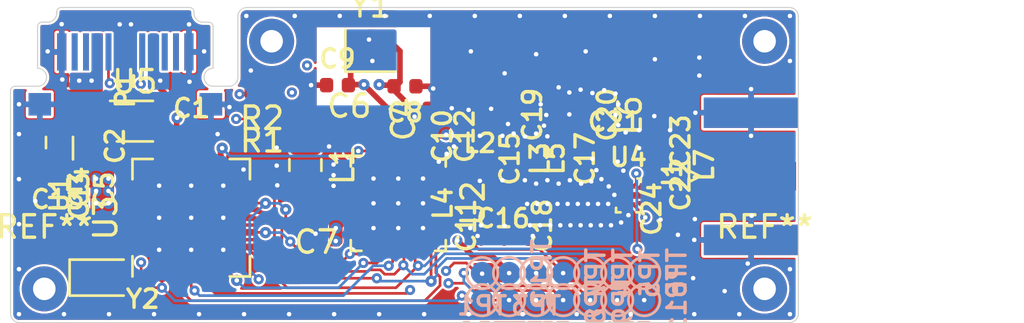
<source format=kicad_pcb>
(kicad_pcb (version 20171130) (host pcbnew 5.1.4)
  (layers (0 F.Cu signal) (1 In1.Cu power) (2 In2.Cu signal) (31 B.Cu signal hide) (34 B.Paste user hide) (35 F.Paste user hide) (36 B.SilkS user hide) (37 F.SilkS user hide) (38 B.Mask user hide) (39 F.Mask user hide) (44 Edge.Cuts user))
  (net 0 "")
  (net 1 GND)
  (net 2 /D+)
  (net 3 /D-)
  (net 4 /V_USB)
  (net 5 +3V3)
  (net 6 /DIO3)
  (net 7 /MISO)
  (net 8 /DIO2)
  (net 9 /SCK)
  (net 10 /DIO1)
  (net 11 /MOSI)
  (net 12 /TX_~RX)
  (net 13 /SX_~RST)
  (net 14 /CS)
  (net 15 "Net-(C8-Pad2)")
  (net 16 "Net-(C16-Pad1)")
  (net 17 "Net-(C17-Pad1)")
  (net 18 "Net-(L2-Pad1)")
  (net 19 /BUSY)
  (net 20 "Net-(P1-PadA5)")
  (net 21 "Net-(P1-PadB5)")
  (net 22 /VREG)
  (net 23 "Net-(C9-Pad2)")
  (net 24 "Net-(C10-Pad1)")
  (net 25 "Net-(C11-Pad2)")
  (net 26 "Net-(C13-Pad2)")
  (net 27 "Net-(C14-Pad2)")
  (net 28 "Net-(C15-Pad1)")
  (net 29 "Net-(C16-Pad2)")
  (net 30 "Net-(C20-Pad1)")
  (net 31 "Net-(C21-Pad1)")
  (net 32 "Net-(C22-Pad2)")
  (net 33 "Net-(C22-Pad1)")
  (net 34 "Net-(C24-Pad2)")
  (net 35 "Net-(L1-Pad2)")
  (net 36 "Net-(Y1-Pad2)")
  (net 37 "Net-(P1-PadA7)")
  (net 38 "Net-(P1-PadA6)")
  (module MountingHole:MountingHole_2.2mm_M2_ISO7380 (layer F.Cu) (at 11.6 1.5)
    (fp_text reference REF** (at 0 -2.75) (layer F.SilkS))
    (fp_text value MountingHole_2.2mm_M2_ISO7380)
    (pad "" np_thru_hole circle (at 0 0) (size 2 2) (drill 1) (layers *.Cu *.Mask))
  )
  (module MountingHole:MountingHole_2.2mm_M2_ISO7380 (layer F.Cu) (at 33.5 1.5)
    (fp_text reference REF** (at 0 -2.75) (layer F.SilkS))
    (fp_text value MountingHole_2.2mm_M2_ISO7380)
    (pad "" np_thru_hole circle (at 0 0) (size 2 2) (drill 1) (layers *.Cu *.Mask))
  )
  (module MountingHole:MountingHole_2.2mm_M2_ISO7380 (layer F.Cu) (at 33.5 12.5)
    (fp_text reference REF** (at 0 -2.75) (layer F.SilkS))
    (fp_text value MountingHole_2.2mm_M2_ISO7380)
    (pad "" np_thru_hole circle (at 0 0) (size 2 2) (drill 1) (layers *.Cu *.Mask))
  )
  (module MountingHole:MountingHole_2.2mm_M2_ISO7380 (layer F.Cu) (at 1.5 12.5)
    (fp_text reference REF** (at 0 -2.75) (layer F.SilkS))
    (fp_text value MountingHole_2.2mm_M2_ISO7380)
    (pad "" np_thru_hole circle (at 0 0) (size 2 2) (drill 1) (layers *.Cu *.Mask))
  )
  (module Package_DFN_QFN:QFN-20-1EP_5x5mm_P0.65mm_EP3.35x3.35mm_ThermalVias (layer F.Cu) (at 8.027 9.34 90)
    (fp_text reference U3 (at 0 -3.8 90) (layer F.SilkS))
    (fp_text value MCP2210-I-MQ)
    (pad 20 smd roundrect (at -1.3 -2.45 90) (size 0.3 0.8) (layers F.Cu F.Paste F.Mask) (net 27 "Net-(C14-Pad2)"))
    (pad 19 smd roundrect (at -0.65 -2.45 90) (size 0.3 0.8) (layers F.Cu F.Paste F.Mask) (net 26 "Net-(C13-Pad2)"))
    (pad 18 smd roundrect (at 0 -2.45 90) (size 0.3 0.8) (layers F.Cu F.Paste F.Mask) (net 5 +3V3))
    (pad 17 smd roundrect (at 0.65 -2.45 90) (size 0.3 0.8) (layers F.Cu F.Paste F.Mask) (net 1 GND))
    (pad 16 smd roundrect (at 1.3 -2.45 90) (size 0.3 0.8) (layers F.Cu F.Paste F.Mask) (net 2 /D+))
    (pad 15 smd roundrect (at 2.45 -1.3 90) (size 0.8 0.3) (layers F.Cu F.Paste F.Mask) (net 3 /D-))
    (pad 14 smd roundrect (at 2.45 -0.65 90) (size 0.8 0.3) (layers F.Cu F.Paste F.Mask) (net 5 +3V3))
    (pad 13 smd roundrect (at 2.45 0 90) (size 0.8 0.3) (layers F.Cu F.Paste F.Mask))
    (pad 12 smd roundrect (at 2.45 0.65 90) (size 0.8 0.3) (layers F.Cu F.Paste F.Mask))
    (pad 11 smd roundrect (at 2.45 1.3 90) (size 0.8 0.3) (layers F.Cu F.Paste F.Mask) (net 6 /DIO3))
    (pad 10 smd roundrect (at 1.3 2.45 90) (size 0.3 0.8) (layers F.Cu F.Paste F.Mask) (net 7 /MISO))
    (pad 9 smd roundrect (at 0.65 2.45 90) (size 0.3 0.8) (layers F.Cu F.Paste F.Mask) (net 8 /DIO2))
    (pad 8 smd roundrect (at 0 2.45 90) (size 0.3 0.8) (layers F.Cu F.Paste F.Mask) (net 9 /SCK))
    (pad 7 smd roundrect (at -0.65 2.45 90) (size 0.3 0.8) (layers F.Cu F.Paste F.Mask) (net 10 /DIO1))
    (pad 6 smd roundrect (at -1.3 2.45 90) (size 0.3 0.8) (layers F.Cu F.Paste F.Mask) (net 11 /MOSI))
    (pad 5 smd roundrect (at -2.45 1.3 90) (size 0.8 0.3) (layers F.Cu F.Paste F.Mask) (net 19 /BUSY))
    (pad 4 smd roundrect (at -2.45 0.65 90) (size 0.8 0.3) (layers F.Cu F.Paste F.Mask) (net 12 /TX_~RX))
    (pad 3 smd roundrect (at -2.45 0 90) (size 0.8 0.3) (layers F.Cu F.Paste F.Mask) (net 13 /SX_~RST))
    (pad 2 smd roundrect (at -2.45 -0.65 90) (size 0.8 0.3) (layers F.Cu F.Paste F.Mask) (net 14 /CS))
    (pad 1 smd roundrect (at -2.45 -1.3 90) (size 0.8 0.3) (layers F.Cu F.Paste F.Mask) (net 5 +3V3))
    (pad 21 smd roundrect (at 0 0 90) (size 3.35 3.35) (layers B.Cu B.Mask) (roundrect_rratio 0.075) (net 1 GND))
    (pad 21 thru_hole circle (at 1.425 1.425 90) (size 0.5 0.5) (drill 0.2) (layers *.Cu) (net 1 GND))
    (pad 21 thru_hole circle (at 0 1.425 90) (size 0.5 0.5) (drill 0.2) (layers *.Cu) (net 1 GND))
    (pad 21 thru_hole circle (at -1.425 1.425 90) (size 0.5 0.5) (drill 0.2) (layers *.Cu) (net 1 GND))
    (pad 21 thru_hole circle (at 1.425 0 90) (size 0.5 0.5) (drill 0.2) (layers *.Cu) (net 1 GND))
    (pad 21 thru_hole circle (at 0 0 90) (size 0.5 0.5) (drill 0.2) (layers *.Cu) (net 1 GND))
    (pad 21 thru_hole circle (at -1.425 0 90) (size 0.5 0.5) (drill 0.2) (layers *.Cu) (net 1 GND))
    (pad 21 thru_hole circle (at 1.425 -1.425 90) (size 0.5 0.5) (drill 0.2) (layers *.Cu) (net 1 GND))
    (pad 21 thru_hole circle (at 0 -1.425 90) (size 0.5 0.5) (drill 0.2) (layers *.Cu) (net 1 GND))
    (pad 21 thru_hole circle (at -1.425 -1.425 90) (size 0.5 0.5) (drill 0.2) (layers *.Cu) (net 1 GND))
    (pad 21 smd roundrect (at 0 0 90) (size 3.35 3.35) (layers F.Cu F.Mask) (roundrect_rratio 0.074627) (net 1 GND))
  )
  (module Package_DFN_QFN:QFN-24-1EP_4x4mm_P0.5mm_EP2.7x2.7mm_ThermalVias (layer F.Cu) (at 17.225 8.7 270)
    (fp_text reference U2 (at 0 -3.32 270) (layer F.SilkS))
    (fp_text value SX1262)
    (pad 24 smd roundrect (at -1.25 -1.9625 270) (size 0.25 0.825) (layers F.Cu F.Paste F.Mask) (net 24 "Net-(C10-Pad1)"))
    (pad 23 smd roundrect (at -0.75 -1.9625 270) (size 0.25 0.825) (layers F.Cu F.Paste F.Mask) (net 18 "Net-(L2-Pad1)"))
    (pad 22 smd roundrect (at -0.25 -1.9625 270) (size 0.25 0.825) (layers F.Cu F.Paste F.Mask) (net 29 "Net-(C16-Pad2)"))
    (pad 21 smd roundrect (at 0.25 -1.9625 270) (size 0.25 0.825) (layers F.Cu F.Paste F.Mask) (net 25 "Net-(C11-Pad2)"))
    (pad 20 smd roundrect (at 0.75 -1.9625 270) (size 0.25 0.825) (layers F.Cu F.Paste F.Mask) (net 1 GND))
    (pad 19 smd roundrect (at 1.25 -1.9625 270) (size 0.25 0.825) (layers F.Cu F.Paste F.Mask) (net 14 /CS))
    (pad 18 smd roundrect (at 1.9625 -1.25 270) (size 0.825 0.25) (layers F.Cu F.Paste F.Mask) (net 9 /SCK))
    (pad 17 smd roundrect (at 1.9625 -0.75 270) (size 0.825 0.25) (layers F.Cu F.Paste F.Mask) (net 11 /MOSI))
    (pad 16 smd roundrect (at 1.9625 -0.25 270) (size 0.825 0.25) (layers F.Cu F.Paste F.Mask) (net 7 /MISO))
    (pad 15 smd roundrect (at 1.9625 0.25 270) (size 0.825 0.25) (layers F.Cu F.Paste F.Mask) (net 13 /SX_~RST))
    (pad 14 smd roundrect (at 1.9625 0.75 270) (size 0.825 0.25) (layers F.Cu F.Paste F.Mask) (net 19 /BUSY))
    (pad 13 smd roundrect (at 1.9625 1.25 270) (size 0.825 0.25) (layers F.Cu F.Paste F.Mask) (net 10 /DIO1))
    (pad 12 smd roundrect (at 1.25 1.9625 270) (size 0.25 0.825) (layers F.Cu F.Paste F.Mask) (net 8 /DIO2))
    (pad 11 smd roundrect (at 0.75 1.9625 270) (size 0.25 0.825) (layers F.Cu F.Paste F.Mask) (net 5 +3V3))
    (pad 10 smd roundrect (at 0.25 1.9625 270) (size 0.25 0.825) (layers F.Cu F.Paste F.Mask) (net 5 +3V3))
    (pad 9 smd roundrect (at -0.25 1.9625 270) (size 0.25 0.825) (layers F.Cu F.Paste F.Mask) (net 35 "Net-(L1-Pad2)"))
    (pad 8 smd roundrect (at -0.75 1.9625 270) (size 0.25 0.825) (layers F.Cu F.Paste F.Mask) (net 1 GND))
    (pad 7 smd roundrect (at -1.25 1.9625 270) (size 0.25 0.825) (layers F.Cu F.Paste F.Mask) (net 22 /VREG))
    (pad 6 smd roundrect (at -1.9625 1.25 270) (size 0.825 0.25) (layers F.Cu F.Paste F.Mask) (net 6 /DIO3))
    (pad 5 smd roundrect (at -1.9625 0.75 270) (size 0.825 0.25) (layers F.Cu F.Paste F.Mask) (net 1 GND))
    (pad 4 smd roundrect (at -1.9625 0.25 270) (size 0.825 0.25) (layers F.Cu F.Paste F.Mask) (net 23 "Net-(C9-Pad2)"))
    (pad 3 smd roundrect (at -1.9625 -0.25 270) (size 0.825 0.25) (layers F.Cu F.Paste F.Mask) (net 15 "Net-(C8-Pad2)"))
    (pad 2 smd roundrect (at -1.9625 -0.75 270) (size 0.825 0.25) (layers F.Cu F.Paste F.Mask) (net 1 GND))
    (pad 1 smd roundrect (at -1.9625 -1.25 270) (size 0.825 0.25) (layers F.Cu F.Paste F.Mask) (net 5 +3V3))
    (pad 25 smd roundrect (at 0 0 270) (size 2.7 2.7) (layers B.Cu B.Mask) (roundrect_rratio 0.09300000000000001) (net 1 GND))
    (pad 25 thru_hole circle (at 1.1 1.1 270) (size 0.5 0.5) (drill 0.2) (layers *.Cu) (net 1 GND))
    (pad 25 thru_hole circle (at 0 1.1 270) (size 0.5 0.5) (drill 0.2) (layers *.Cu) (net 1 GND))
    (pad 25 thru_hole circle (at -1.1 1.1 270) (size 0.5 0.5) (drill 0.2) (layers *.Cu) (net 1 GND))
    (pad 25 thru_hole circle (at 1.1 0 270) (size 0.5 0.5) (drill 0.2) (layers *.Cu) (net 1 GND))
    (pad 25 thru_hole circle (at 0 0 270) (size 0.5 0.5) (drill 0.2) (layers *.Cu) (net 1 GND))
    (pad 25 thru_hole circle (at -1.1 0 270) (size 0.5 0.5) (drill 0.2) (layers *.Cu) (net 1 GND))
    (pad 25 thru_hole circle (at 1.1 -1.1 270) (size 0.5 0.5) (drill 0.2) (layers *.Cu) (net 1 GND))
    (pad 25 thru_hole circle (at 0 -1.1 270) (size 0.5 0.5) (drill 0.2) (layers *.Cu) (net 1 GND))
    (pad 25 thru_hole circle (at -1.1 -1.1 270) (size 0.5 0.5) (drill 0.2) (layers *.Cu) (net 1 GND))
    (pad 25 smd roundrect (at 0 0 270) (size 2.7 2.7) (layers F.Cu F.Mask) (roundrect_rratio 0.09259299999999999) (net 1 GND))
  )
  (module TestPoint:TestPoint_Pad_D1.0mm_NoCourtyard (layer B.Cu) (at 22.15 13)
    (fp_text reference TP16 (at 0 1.448) (layer B.SilkS) (effects (font (size 0.8128 0.8128) (thickness 0.1524)) (justify mirror)))
    (fp_text value TestPoint)
    (pad 1 smd circle (at 0 0) (size 1 1) (layers B.Cu B.Mask) (net 5 +3V3))
  )
  (module TestPoint:TestPoint_Pad_D1.0mm_NoCourtyard (layer B.Cu) (at 23.35 13)
    (fp_text reference TP15 (at 0 1.448) (layer B.SilkS) (effects (font (size 0.8128 0.8128) (thickness 0.1524)) (justify mirror)))
    (fp_text value TestPoint)
    (pad 1 smd circle (at 0 0) (size 1 1) (layers B.Cu B.Mask) (net 12 /TX_~RX))
  )
  (module TestPoint:TestPoint_Pad_D1.0mm_NoCourtyard (layer B.Cu) (at 22.15 11.8 90)
    (fp_text reference TP12 (at 0 1.448 90) (layer B.SilkS) (effects (font (size 0.8128 0.8128) (thickness 0.1524)) (justify mirror)))
    (fp_text value TestPoint)
    (pad 1 smd circle (at 0 0 90) (size 1 1) (layers B.Cu B.Mask) (net 5 +3V3))
  )
  (module TestPoint:TestPoint_Pad_D1.0mm_NoCourtyard (layer B.Cu) (at 28.15 13 90)
    (fp_text reference TP11 (at 0 1.448 90) (layer B.SilkS) (effects (font (size 0.8128 0.8128) (thickness 0.1524)) (justify mirror)))
    (fp_text value TestPoint)
    (pad 1 smd circle (at 0 0 90) (size 1 1) (layers B.Cu B.Mask) (net 6 /DIO3))
  )
  (module TestPoint:TestPoint_Pad_D1.0mm_NoCourtyard (layer B.Cu) (at 26.95 13)
    (fp_text reference TP10 (at 0 1.448) (layer B.SilkS) (effects (font (size 0.8128 0.8128) (thickness 0.1524)) (justify mirror)))
    (fp_text value TestPoint)
    (pad 1 smd circle (at 0 0) (size 1 1) (layers B.Cu B.Mask) (net 8 /DIO2))
  )
  (module TestPoint:TestPoint_Pad_D1.0mm_NoCourtyard (layer B.Cu) (at 25.75 13 90)
    (fp_text reference TP9 (at 0 1.448 90) (layer B.SilkS) (effects (font (size 0.8128 0.8128) (thickness 0.1524)) (justify mirror)))
    (fp_text value TestPoint)
    (pad 1 smd circle (at 0 0 90) (size 1 1) (layers B.Cu B.Mask) (net 10 /DIO1))
  )
  (module TestPoint:TestPoint_Pad_D1.0mm_NoCourtyard (layer B.Cu) (at 24.55 13 90)
    (fp_text reference TP8 (at 0 1.448 90) (layer B.SilkS) (effects (font (size 0.8128 0.8128) (thickness 0.1524)) (justify mirror)))
    (fp_text value TestPoint)
    (pad 1 smd circle (at 0 0 90) (size 1 1) (layers B.Cu B.Mask) (net 19 /BUSY))
  )
  (module TestPoint:TestPoint_Pad_D1.0mm_NoCourtyard (layer B.Cu) (at 24.55 11.8 90)
    (fp_text reference TP7 (at 0 1.448 90) (layer B.SilkS) (effects (font (size 0.8128 0.8128) (thickness 0.1524)) (justify mirror)))
    (fp_text value TestPoint)
    (pad 1 smd circle (at 0 0 90) (size 1 1) (layers B.Cu B.Mask) (net 14 /CS))
  )
  (module TestPoint:TestPoint_Pad_D1.0mm_NoCourtyard (layer B.Cu) (at 28.15 11.8 90)
    (fp_text reference TP6 (at 0 1.448 90) (layer B.SilkS) (effects (font (size 0.8128 0.8128) (thickness 0.1524)) (justify mirror)))
    (fp_text value TestPoint)
    (pad 1 smd circle (at 0 0 90) (size 1 1) (layers B.Cu B.Mask) (net 11 /MOSI))
  )
  (module TestPoint:TestPoint_Pad_D1.0mm_NoCourtyard (layer B.Cu) (at 26.95 11.8 90)
    (fp_text reference TP5 (at 0 1.448 90) (layer B.SilkS) (effects (font (size 0.8128 0.8128) (thickness 0.1524)) (justify mirror)))
    (fp_text value TestPoint)
    (pad 1 smd circle (at 0 0 90) (size 1 1) (layers B.Cu B.Mask) (net 7 /MISO))
  )
  (module TestPoint:TestPoint_Pad_D1.0mm_NoCourtyard (layer B.Cu) (at 25.75 11.8 90)
    (fp_text reference TP4 (at 0 1.448 90) (layer B.SilkS) (effects (font (size 0.8128 0.8128) (thickness 0.1524)) (justify mirror)))
    (fp_text value TestPoint)
    (pad 1 smd circle (at 0 0 90) (size 1 1) (layers B.Cu B.Mask) (net 9 /SCK))
  )
  (module TestPoint:TestPoint_Pad_D1.0mm_NoCourtyard (layer B.Cu) (at 23.35 11.8)
    (fp_text reference TP3 (at 0 1.448) (layer B.SilkS) (effects (font (size 0.8128 0.8128) (thickness 0.1524)) (justify mirror)))
    (fp_text value TestPoint)
    (pad 1 smd circle (at 0 0) (size 1 1) (layers B.Cu B.Mask) (net 13 /SX_~RST))
  )
  (module TestPoint:TestPoint_Pad_D1.0mm_NoCourtyard (layer B.Cu) (at 20.95 13)
    (fp_text reference TP2 (at 0 1.448) (layer B.SilkS) (effects (font (size 0.8128 0.8128) (thickness 0.1524)) (justify mirror)))
    (fp_text value TestPoint)
    (pad 1 smd circle (at 0 0) (size 1 1) (layers B.Cu B.Mask) (net 4 /V_USB))
  )
  (module TestPoint:TestPoint_Pad_D1.0mm_NoCourtyard (layer B.Cu) (at 20.95 11.8)
    (fp_text reference TP1 (at 0 1.448) (layer B.SilkS) (effects (font (size 0.8128 0.8128) (thickness 0.1524)) (justify mirror)))
    (fp_text value TestPoint)
    (pad 1 smd circle (at 0 0) (size 1 1) (layers B.Cu B.Mask) (net 1 GND))
  )
  (module Connector_USB:USB_C_Plug_JAE_DX07P022AA6 (layer F.Cu) (at 5.1 1.975)
    (fp_text reference P1 (at 0 1.7 270) (layer F.SilkS) (effects (font (size 0.8128 0.8128) (thickness 0.1524))))
    (fp_text value DX07P022AA6)
    (fp_arc (start 3.7 -1.125) (end 3.9 -1.125) (angle -90) (layer Edge.Cuts) (width 0.05))
    (fp_line (start 3.9 -1.125) (end 3.9 0.725) (layer Edge.Cuts) (width 0.05))
    (fp_line (start 3.7 -1.325) (end 3.45 -1.325) (layer Edge.Cuts) (width 0.05))
    (fp_line (start -3.7 -1.325) (end -3.45 -1.325) (layer Edge.Cuts) (width 0.05))
    (fp_arc (start 2.85 -1.775) (end 3.05 -1.775) (angle -90) (layer Edge.Cuts) (width 0.05))
    (fp_arc (start -2.85 -1.775) (end -3.05 -1.775) (angle 90) (layer Edge.Cuts) (width 0.05))
    (fp_arc (start -3.45 -1.725) (end -3.05 -1.725) (angle 90) (layer Edge.Cuts) (width 0.05))
    (fp_arc (start -3.9 1.125) (end -3.9 0.725) (angle 180) (layer Edge.Cuts) (width 0.05))
    (fp_arc (start 3.45 -1.725) (end 3.05 -1.725) (angle -90) (layer Edge.Cuts) (width 0.05))
    (fp_line (start -3.9 -1.125) (end -3.9 0.725) (layer Edge.Cuts) (width 0.05))
    (fp_line (start -3.9 1.525) (end -4.6 1.525) (layer Edge.Cuts) (width 0.05))
    (fp_arc (start 3.9 1.125) (end 3.9 0.725) (angle -180) (layer Edge.Cuts) (width 0.05))
    (fp_arc (start -3.7 -1.125) (end -3.9 -1.125) (angle 90) (layer Edge.Cuts) (width 0.05))
    (fp_line (start -2.85 -1.975) (end 2.85 -1.975) (layer Edge.Cuts) (width 0.05))
    (fp_line (start 3.9 1.525) (end 4.6 1.525) (layer Edge.Cuts) (width 0.05))
    (fp_line (start -3.05 -1.775) (end -3.05 -1.725) (layer Edge.Cuts) (width 0.05))
    (fp_line (start 3.05 -1.775) (end 3.05 -1.725) (layer Edge.Cuts) (width 0.05))
    (pad S1 smd rect (at 3.8 2.325) (size 1 1) (layers F.Cu F.Paste F.Mask) (net 1 GND))
    (pad S1 smd rect (at -3.8 2.325) (size 1 1) (layers B.Cu B.Paste B.Mask) (net 1 GND))
    (pad B12 smd rect (at -2.825 0) (size 0.41 1.65) (layers B.Cu B.Paste B.Mask) (net 1 GND))
    (pad B11 smd rect (at -2.25 0) (size 0.26 1.65) (layers B.Cu B.Paste B.Mask))
    (pad B10 smd rect (at -1.75 0) (size 0.26 1.65) (layers B.Cu B.Paste B.Mask))
    (pad B9 smd rect (at -1.25 0) (size 0.26 1.65) (layers B.Cu B.Paste B.Mask) (net 4 /V_USB))
    (pad B8 smd rect (at -0.75 0) (size 0.26 1.65) (layers B.Cu B.Paste B.Mask))
    (pad B5 smd rect (at 0.75 0) (size 0.26 1.65) (layers B.Cu B.Paste B.Mask) (net 21 "Net-(P1-PadB5)"))
    (pad B4 smd rect (at 1.25 0) (size 0.26 1.65) (layers B.Cu B.Paste B.Mask) (net 4 /V_USB))
    (pad B3 smd rect (at 1.75 0) (size 0.26 1.65) (layers B.Cu B.Paste B.Mask))
    (pad B2 smd rect (at 2.25 0) (size 0.26 1.65) (layers B.Cu B.Paste B.Mask))
    (pad B1 smd rect (at 2.825 0) (size 0.41 1.65) (layers B.Cu B.Paste B.Mask) (net 1 GND))
    (pad S1 smd rect (at 3.8 2.325) (size 1 1) (layers B.Cu B.Paste B.Mask) (net 1 GND))
    (pad S1 smd rect (at -3.8 2.325) (size 1 1) (layers F.Cu F.Paste F.Mask) (net 1 GND))
    (pad A12 smd rect (at 2.825 0) (size 0.41 1.65) (layers F.Cu F.Paste F.Mask) (net 1 GND))
    (pad A11 smd rect (at 2.25 0) (size 0.26 1.65) (layers F.Cu F.Paste F.Mask))
    (pad A10 smd rect (at 1.75 0) (size 0.26 1.65) (layers F.Cu F.Paste F.Mask))
    (pad A9 smd rect (at 1.25 0) (size 0.26 1.65) (layers F.Cu F.Paste F.Mask) (net 4 /V_USB))
    (pad A8 smd rect (at 0.75 0) (size 0.26 1.65) (layers F.Cu F.Paste F.Mask))
    (pad A7 smd rect (at 0.25 0) (size 0.26 1.65) (layers F.Cu F.Paste F.Mask) (net 37 "Net-(P1-PadA7)"))
    (pad A6 smd rect (at -0.25 0) (size 0.26 1.65) (layers F.Cu F.Paste F.Mask) (net 38 "Net-(P1-PadA6)"))
    (pad A5 smd rect (at -0.75 0) (size 0.26 1.65) (layers F.Cu F.Paste F.Mask) (net 20 "Net-(P1-PadA5)"))
    (pad A4 smd rect (at -1.25 0) (size 0.26 1.65) (layers F.Cu F.Paste F.Mask) (net 4 /V_USB))
    (pad A3 smd rect (at -1.75 0) (size 0.26 1.65) (layers F.Cu F.Paste F.Mask))
    (pad A2 smd rect (at -2.25 0) (size 0.26 1.65) (layers F.Cu F.Paste F.Mask))
    (pad A1 smd rect (at -2.825 0) (size 0.41 1.65) (layers F.Cu F.Paste F.Mask) (net 1 GND))
  )
  (module Package_TO_SOT_SMD:SOT-666 (layer F.Cu) (at 5.525 5.05)
    (fp_text reference U5 (at 0 -1.75) (layer F.SilkS))
    (fp_text value USBLC6-2P6)
    (pad 6 smd rect (at 0.85 -0.5375) (size 0.5 0.375) (layers F.Cu F.Paste F.Mask) (net 37 "Net-(P1-PadA7)"))
    (pad 4 smd rect (at 0.85 0.5375) (size 0.5 0.375) (layers F.Cu F.Paste F.Mask) (net 3 /D-))
    (pad 2 smd rect (at -0.925 0) (size 0.65 0.3) (layers F.Cu F.Paste F.Mask) (net 1 GND))
    (pad 5 smd rect (at 0.925 0) (size 0.65 0.3) (layers F.Cu F.Paste F.Mask) (net 4 /V_USB))
    (pad 3 smd rect (at -0.85 0.5375) (size 0.5 0.375) (layers F.Cu F.Paste F.Mask) (net 2 /D+))
    (pad 1 smd rect (at -0.85 -0.5375) (size 0.5 0.375) (layers F.Cu F.Paste F.Mask) (net 38 "Net-(P1-PadA6)"))
  )
  (module Crystal:Crystal_SMD_Murata_HCR2016-4Pin_2.0x1.6mm (layer F.Cu) (at 16 1.925)
    (fp_text reference Y1 (at 0 -2) (layer F.SilkS))
    (fp_text value XRCGB32M000FBH50R0)
    (pad 4 smd rect (at -0.675 -0.5) (size 0.75 0.7) (layers F.Cu F.Paste F.Mask) (net 36 "Net-(Y1-Pad2)"))
    (pad 3 smd rect (at 0.675 -0.5) (size 0.75 0.7) (layers F.Cu F.Paste F.Mask) (net 15 "Net-(C8-Pad2)"))
    (pad 2 smd rect (at 0.675 0.5) (size 0.75 0.7) (layers F.Cu F.Paste F.Mask) (net 36 "Net-(Y1-Pad2)"))
    (pad 1 smd rect (at -0.675 0.5) (size 0.75 0.7) (layers F.Cu F.Paste F.Mask) (net 23 "Net-(C9-Pad2)"))
  )
  (module Capacitor_SMD:C_0402_1005Metric (layer F.Cu) (at 18.625 4.96 90)
    (fp_text reference C4 (at 0 -1.17 90) (layer F.SilkS))
    (fp_text value 1u)
    (pad 2 smd roundrect (at 0.485 0 90) (size 0.59 0.64) (layers F.Cu F.Paste F.Mask) (net 1 GND))
    (pad 1 smd roundrect (at -0.485 0 90) (size 0.59 0.64) (layers F.Cu F.Paste F.Mask) (net 5 +3V3))
  )
  (module Resistor_SMD:R_0402_1005Metric (layer F.Cu) (at 11.175 3.75 180)
    (fp_text reference R2 (at 0 -1.17) (layer F.SilkS))
    (fp_text value 5.1k)
    (pad 2 smd roundrect (at 0.485 0 180) (size 0.59 0.64) (layers F.Cu F.Paste F.Mask) (net 21 "Net-(P1-PadB5)"))
    (pad 1 smd roundrect (at -0.485 0 180) (size 0.59 0.64) (layers F.Cu F.Paste F.Mask) (net 1 GND))
  )
  (module Resistor_SMD:R_0402_1005Metric (layer F.Cu) (at 11.175 4.75 180)
    (fp_text reference R1 (at 0 -1.17) (layer F.SilkS))
    (fp_text value 5.1k)
    (pad 2 smd roundrect (at 0.485 0 180) (size 0.59 0.64) (layers F.Cu F.Paste F.Mask) (net 20 "Net-(P1-PadA5)"))
    (pad 1 smd roundrect (at -0.485 0 180) (size 0.59 0.64) (layers F.Cu F.Paste F.Mask) (net 1 GND))
  )
  (module Package_DFN_QFN:Microchip_DFN-4-1EP_1x1mm_P0.65mm_EP0.48x0.48mm (layer F.Cu) (at 2.175 6.25 90)
    (fp_text reference U1 (at -2.032 0 90) (layer F.SilkS) (effects (font (size 0.8128 0.8128) (thickness 0.1524))))
    (fp_text value MIC5504-3.3YMT)
    (pad 5 smd rect (at 0 0 135) (size 0.48 0.48) (layers F.Cu F.Paste F.Mask) (net 1 GND))
    (pad 1 smd custom (at -0.45 -0.325 90) (size 0.1 0.1) (layers F.Cu F.Paste F.Mask) (net 5 +3V3) (options (clearance outline) (anchor rect)) (primitives (gr_poly (pts (xy -0.2 -0.125) (xy -0.2 0.125) (xy 0.02 0.125) (xy 0.27 -0.125)) (width 0))))
    (pad 2 smd custom (at -0.45 0.325 90) (size 0.1 0.1) (layers F.Cu F.Paste F.Mask) (net 1 GND) (options (clearance outline) (anchor rect)) (primitives (gr_poly (pts (xy -0.2 0.125) (xy -0.2 -0.125) (xy 0.02 -0.125) (xy 0.2 0.055) (xy 0.2 0.125)) (width 0))))
    (pad 3 smd custom (at 0.45 0.325 90) (size 0.1 0.1) (layers F.Cu F.Paste F.Mask) (net 4 /V_USB) (options (clearance outline) (anchor rect)) (primitives (gr_poly (pts (xy 0.2 0.125) (xy 0.2 -0.125) (xy -0.02 -0.125) (xy -0.2 0.055) (xy -0.2 0.125)) (width 0))))
    (pad 4 smd custom (at 0.45 -0.325 90) (size 0.1 0.1) (layers F.Cu F.Paste F.Mask) (net 4 /V_USB) (options (clearance outline) (anchor rect)) (primitives (gr_poly (pts (xy 0.2 -0.125) (xy 0.2 0.125) (xy -0.02 0.125) (xy -0.2 -0.055) (xy -0.2 -0.125)) (width 0))))
  )
  (module Capacitor_SMD:C_0402_1005Metric (layer F.Cu) (at 1.9 8.1 270)
    (fp_text reference C3 (at 0 -1.17 90) (layer F.SilkS) (effects (font (size 0.8128 0.8128) (thickness 0.1524))))
    (fp_text value 1u)
    (pad 2 smd roundrect (at 0.485 0 270) (size 0.59 0.64) (layers F.Cu F.Paste F.Mask) (net 1 GND))
    (pad 1 smd roundrect (at -0.485 0 270) (size 0.59 0.64) (layers F.Cu F.Paste F.Mask) (net 5 +3V3))
  )
  (module Crystal:Crystal_SMD_2012-2Pin_2.0x1.2mm (layer F.Cu) (at 3.825 12)
    (fp_text reference Y2 (at 2.05 0.95 180) (layer F.SilkS) (effects (font (size 0.8128 0.8128) (thickness 0.1524))))
    (fp_text value CSTCE12M0G15L)
    (pad 1 smd rect (at -0.7 0) (size 0.6 1.1) (layers F.Cu F.Paste F.Mask) (net 26 "Net-(C13-Pad2)"))
    (pad 2 smd rect (at 0.7 0) (size 0.6 1.1) (layers F.Cu F.Paste F.Mask) (net 27 "Net-(C14-Pad2)"))
  )
  (module Capacitor_SMD:C_0402_1005Metric (layer F.Cu) (at 8.025 5.65)
    (fp_text reference C1 (at 0 -1.17) (layer F.SilkS) (effects (font (size 0.8128 0.8128) (thickness 0.1524))))
    (fp_text value 470n)
    (pad 2 smd roundrect (at 0.485 0) (size 0.59 0.64) (layers F.Cu F.Paste F.Mask) (net 1 GND))
    (pad 1 smd roundrect (at -0.485 0) (size 0.59 0.64) (layers F.Cu F.Paste F.Mask) (net 5 +3V3))
  )
  (module Capacitor_SMD:C_0402_1005Metric (layer F.Cu) (at 17.525 3.5 180)
    (fp_text reference C8 (at 0 -1.17) (layer F.SilkS) (effects (font (size 0.8128 0.8128) (thickness 0.1524))))
    (fp_text value 33pF)
    (pad 1 smd roundrect (at -0.485 0 180) (size 0.59 0.64) (layers F.Cu F.Paste F.Mask) (net 1 GND))
    (pad 2 smd roundrect (at 0.485 0 180) (size 0.59 0.64) (layers F.Cu F.Paste F.Mask) (net 15 "Net-(C8-Pad2)"))
  )
  (module Inductor_SMD:L_0402_1005Metric (layer F.Cu) (at 26.35 4.785 270)
    (fp_text reference L6 (at 0 -1.17 90) (layer F.SilkS))
    (fp_text value 4.7n)
    (pad 2 smd roundrect (at 0.485 0 270) (size 0.59 0.64) (layers F.Cu F.Paste F.Mask) (net 31 "Net-(C21-Pad1)"))
    (pad 1 smd roundrect (at -0.485 0 270) (size 0.59 0.64) (layers F.Cu F.Paste F.Mask) (net 30 "Net-(C20-Pad1)"))
  )
  (module Inductor_SMD:L_0805_2012Metric (layer F.Cu) (at 13.1 7 270)
    (fp_text reference L1 (at 0 -1.65 90) (layer F.SilkS))
    (fp_text value 15u)
    (pad 2 smd roundrect (at 0.9375 0 270) (size 0.975 1.4) (layers F.Cu F.Paste F.Mask) (net 35 "Net-(L1-Pad2)"))
    (pad 1 smd roundrect (at -0.9375 0 270) (size 0.975 1.4) (layers F.Cu F.Paste F.Mask) (net 22 /VREG))
  )
  (module Capacitor_SMD:C_0402_1005Metric (layer F.Cu) (at 13.585 9.25 180)
    (fp_text reference C7 (at 0 -1.17) (layer F.SilkS))
    (fp_text value 100n)
    (pad 2 smd roundrect (at 0.485 0 180) (size 0.59 0.64) (layers F.Cu F.Paste F.Mask) (net 1 GND))
    (pad 1 smd roundrect (at -0.485 0 180) (size 0.59 0.64) (layers F.Cu F.Paste F.Mask) (net 5 +3V3))
  )
  (module Capacitor_SMD:C_0402_1005Metric (layer F.Cu) (at 15.05 5.55)
    (fp_text reference C6 (at 0 -1.17) (layer F.SilkS))
    (fp_text value 470n)
    (pad 2 smd roundrect (at 0.485 0) (size 0.59 0.64) (layers F.Cu F.Paste F.Mask) (net 1 GND))
    (pad 1 smd roundrect (at -0.485 0) (size 0.59 0.64) (layers F.Cu F.Paste F.Mask) (net 22 /VREG))
  )
  (module Capacitor_SMD:C_0402_1005Metric (layer F.Cu) (at 3 8.1 270)
    (fp_text reference C5 (at 0 -1.17 90) (layer F.SilkS) (effects (font (size 0.8128 0.8128) (thickness 0.1524))))
    (fp_text value 100n)
    (pad 2 smd roundrect (at 0.485 0 270) (size 0.59 0.64) (layers F.Cu F.Paste F.Mask) (net 1 GND))
    (pad 1 smd roundrect (at -0.485 0 270) (size 0.59 0.64) (layers F.Cu F.Paste F.Mask) (net 5 +3V3))
  )
  (module Capacitor_SMD:C_0402_1005Metric (layer F.Cu) (at 3.475 6.15 270)
    (fp_text reference C2 (at 0 -1.17 90) (layer F.SilkS) (effects (font (size 0.8128 0.8128) (thickness 0.1524))))
    (fp_text value 1u)
    (pad 2 smd roundrect (at 0.485 0 270) (size 0.59 0.64) (layers F.Cu F.Paste F.Mask) (net 1 GND))
    (pad 1 smd roundrect (at -0.485 0 270) (size 0.59 0.64) (layers F.Cu F.Paste F.Mask) (net 4 /V_USB))
  )
  (module Package_LGA:TSNP-6-2_1.1x0.7mm_P0.4mm (layer F.Cu) (at 27.45 8.35)
    (fp_text reference U4 (at 0 -1.7) (layer F.SilkS) (effects (font (size 0.8128 0.8128) (thickness 0.1524))))
    (fp_text value BGS12SN6)
    (pad 1 smd rect (at -0.2 -0.4 180) (size 0.2 0.2) (layers F.Cu F.Paste F.Mask) (net 31 "Net-(C21-Pad1)"))
    (pad 6 smd rect (at 0.2 -0.4 180) (size 0.2 0.2) (layers F.Cu F.Paste F.Mask) (net 12 /TX_~RX))
    (pad 2 smd rect (at -0.2 0 180) (size 0.2 0.2) (layers F.Cu F.Paste F.Mask) (net 1 GND))
    (pad 5 smd rect (at 0.2 0 180) (size 0.2 0.2) (layers F.Cu F.Paste F.Mask) (net 32 "Net-(C22-Pad2)"))
    (pad 4 smd rect (at 0.2 0.4 180) (size 0.2 0.2) (layers F.Cu F.Paste F.Mask) (net 5 +3V3))
    (pad 3 smd rect (at -0.2 0.4 180) (size 0.2 0.2) (layers F.Cu F.Paste F.Mask) (net 16 "Net-(C16-Pad1)"))
  )
  (module Inductor_SMD:L_0402_1005Metric (layer F.Cu) (at 25.35 6.715 90)
    (fp_text reference L5 (at 0 -1.17 90) (layer F.SilkS) (effects (font (size 0.8128 0.8128) (thickness 0.1524))))
    (fp_text value 2.5n)
    (pad 2 smd roundrect (at 0.485 0 90) (size 0.59 0.64) (layers F.Cu F.Paste F.Mask) (net 17 "Net-(C17-Pad1)"))
    (pad 1 smd roundrect (at -0.485 0 90) (size 0.59 0.64) (layers F.Cu F.Paste F.Mask) (net 28 "Net-(C15-Pad1)"))
  )
  (module Inductor_SMD:L_0402_1005Metric (layer F.Cu) (at 20.375 8.7 90)
    (fp_text reference L4 (at 0 -1.17 90) (layer F.SilkS) (effects (font (size 0.8128 0.8128) (thickness 0.1524))))
    (fp_text value 15n)
    (pad 2 smd roundrect (at 0.485 0 90) (size 0.59 0.64) (layers F.Cu F.Paste F.Mask) (net 29 "Net-(C16-Pad2)"))
    (pad 1 smd roundrect (at -0.485 0 90) (size 0.59 0.64) (layers F.Cu F.Paste F.Mask) (net 25 "Net-(C11-Pad2)"))
  )
  (module Inductor_SMD:L_0402_1005Metric (layer F.Cu) (at 22.35 6.715 270)
    (fp_text reference L3 (at 0 -1.17 90) (layer F.SilkS) (effects (font (size 0.8128 0.8128) (thickness 0.1524))))
    (fp_text value 47n)
    (pad 2 smd roundrect (at 0.485 0 270) (size 0.59 0.64) (layers F.Cu F.Paste F.Mask) (net 28 "Net-(C15-Pad1)"))
    (pad 1 smd roundrect (at -0.485 0 270) (size 0.59 0.64) (layers F.Cu F.Paste F.Mask) (net 24 "Net-(C10-Pad1)"))
  )
  (module Inductor_SMD:L_0402_1005Metric (layer F.Cu) (at 20.85 7.2)
    (fp_text reference L2 (at 0 -1.17) (layer F.SilkS) (effects (font (size 0.8128 0.8128) (thickness 0.1524))))
    (fp_text value 0R)
    (pad 2 smd roundrect (at 0.485 0) (size 0.59 0.64) (layers F.Cu F.Paste F.Mask) (net 28 "Net-(C15-Pad1)"))
    (pad 1 smd roundrect (at -0.485 0) (size 0.59 0.64) (layers F.Cu F.Paste F.Mask) (net 18 "Net-(L2-Pad1)"))
  )
  (module Inductor_SMD:L_0402_1005Metric (layer F.Cu) (at 29.65 7 270)
    (fp_text reference L7 (at 0 -1.17 90) (layer F.SilkS) (effects (font (size 0.8128 0.8128) (thickness 0.1524))))
    (fp_text value 0R)
    (pad 2 smd roundrect (at 0.485 0 270) (size 0.59 0.64) (layers F.Cu F.Paste F.Mask) (net 34 "Net-(C24-Pad2)"))
    (pad 1 smd roundrect (at -0.485 0 270) (size 0.59 0.64) (layers F.Cu F.Paste F.Mask) (net 33 "Net-(C22-Pad1)"))
  )
  (module Connector_Coaxial:SMA_Samtec_SMA-J-P-H-ST-EM1_EdgeMount (layer F.Cu) (at 32.9 7.5)
    (fp_text reference J1 (at -3.5 0 90) (layer F.SilkS) (effects (font (size 0.8128 0.8128) (thickness 0.1524))))
    (fp_text value SMA)
    (pad 2 smd rect (at 0 2.825 90) (size 1.35 4.2) (layers B.Cu B.Paste B.Mask) (net 1 GND))
    (pad 2 smd rect (at 0 -2.825 90) (size 1.35 4.2) (layers B.Cu B.Paste B.Mask) (net 1 GND))
    (pad 2 smd rect (at 0 2.825 90) (size 1.35 4.2) (layers F.Cu F.Paste F.Mask) (net 1 GND))
    (pad 2 smd rect (at 0 -2.825 90) (size 1.35 4.2) (layers F.Cu F.Paste F.Mask) (net 1 GND))
    (pad 1 smd rect (at 0.2 0 90) (size 1.27 3.6) (layers F.Cu F.Paste F.Mask) (net 34 "Net-(C24-Pad2)"))
  )
  (module Capacitor_SMD:C_0402_1005Metric (layer F.Cu) (at 26.835 6.25)
    (fp_text reference C21 (at 0 -1.17) (layer F.SilkS) (effects (font (size 0.8128 0.8128) (thickness 0.1524))))
    (fp_text value 2.2p)
    (pad 2 smd roundrect (at 0.485 0) (size 0.59 0.64) (layers F.Cu F.Paste F.Mask) (net 1 GND))
    (pad 1 smd roundrect (at -0.485 0) (size 0.59 0.64) (layers F.Cu F.Paste F.Mask) (net 31 "Net-(C21-Pad1)"))
  )
  (module Capacitor_SMD:C_0402_1005Metric (layer F.Cu) (at 25.33 4.765 270)
    (fp_text reference C20 (at 0 -1.17 90) (layer F.SilkS) (effects (font (size 0.8128 0.8128) (thickness 0.1524))))
    (fp_text value 39p)
    (pad 2 smd roundrect (at 0.485 0 270) (size 0.59 0.64) (layers F.Cu F.Paste F.Mask) (net 17 "Net-(C17-Pad1)"))
    (pad 1 smd roundrect (at -0.485 0 270) (size 0.59 0.64) (layers F.Cu F.Paste F.Mask) (net 30 "Net-(C20-Pad1)"))
  )
  (module Capacitor_SMD:C_0402_1005Metric (layer F.Cu) (at 24.35 4.765 90)
    (fp_text reference C19 (at 0 -1.17 90) (layer F.SilkS) (effects (font (size 0.8128 0.8128) (thickness 0.1524))))
    (fp_text value 5.6p)
    (pad 2 smd roundrect (at 0.485 0 90) (size 0.59 0.64) (layers F.Cu F.Paste F.Mask) (net 1 GND))
    (pad 1 smd roundrect (at -0.485 0 90) (size 0.59 0.64) (layers F.Cu F.Paste F.Mask) (net 17 "Net-(C17-Pad1)"))
  )
  (module Capacitor_SMD:C_0402_1005Metric (layer F.Cu) (at 22.45 9.685 270)
    (fp_text reference C18 (at 0 -1.17 90) (layer F.SilkS) (effects (font (size 0.8128 0.8128) (thickness 0.1524))))
    (fp_text value DNP)
    (pad 2 smd roundrect (at 0.485 0 270) (size 0.59 0.64) (layers F.Cu F.Paste F.Mask) (net 1 GND))
    (pad 1 smd roundrect (at -0.485 0 270) (size 0.59 0.64) (layers F.Cu F.Paste F.Mask) (net 16 "Net-(C16-Pad1)"))
  )
  (module Capacitor_SMD:C_0402_1005Metric (layer F.Cu) (at 24.35 6.715 270)
    (fp_text reference C17 (at 0 -1.17 90) (layer F.SilkS) (effects (font (size 0.8128 0.8128) (thickness 0.1524))))
    (fp_text value 3.3p)
    (pad 2 smd roundrect (at 0.485 0 270) (size 0.59 0.64) (layers F.Cu F.Paste F.Mask) (net 28 "Net-(C15-Pad1)"))
    (pad 1 smd roundrect (at -0.485 0 270) (size 0.59 0.64) (layers F.Cu F.Paste F.Mask) (net 17 "Net-(C17-Pad1)"))
  )
  (module Capacitor_SMD:C_0402_1005Metric (layer F.Cu) (at 21.885 8.2 180)
    (fp_text reference C16 (at 0 -1.17) (layer F.SilkS) (effects (font (size 0.8128 0.8128) (thickness 0.1524))))
    (fp_text value 2.4p)
    (pad 2 smd roundrect (at 0.485 0 180) (size 0.59 0.64) (layers F.Cu F.Paste F.Mask) (net 29 "Net-(C16-Pad2)"))
    (pad 1 smd roundrect (at -0.485 0 180) (size 0.59 0.64) (layers F.Cu F.Paste F.Mask) (net 16 "Net-(C16-Pad1)"))
  )
  (module Capacitor_SMD:C_0402_1005Metric (layer F.Cu) (at 23.35 6.715 90)
    (fp_text reference C15 (at 0 -1.17 90) (layer F.SilkS) (effects (font (size 0.8128 0.8128) (thickness 0.1524))))
    (fp_text value DNP)
    (pad 2 smd roundrect (at 0.485 0 90) (size 0.59 0.64) (layers F.Cu F.Paste F.Mask) (net 1 GND))
    (pad 1 smd roundrect (at -0.485 0 90) (size 0.59 0.64) (layers F.Cu F.Paste F.Mask) (net 28 "Net-(C15-Pad1)"))
  )
  (module Capacitor_SMD:C_0402_1005Metric (layer F.Cu) (at 29.65 8.95 90)
    (fp_text reference C24 (at 0 -1.17 90) (layer F.SilkS) (effects (font (size 0.8128 0.8128) (thickness 0.1524))))
    (fp_text value DNP)
    (pad 2 smd roundrect (at 0.485 0 90) (size 0.59 0.64) (layers F.Cu F.Paste F.Mask) (net 34 "Net-(C24-Pad2)"))
    (pad 1 smd roundrect (at -0.485 0 90) (size 0.59 0.64) (layers F.Cu F.Paste F.Mask) (net 1 GND))
  )
  (module Capacitor_SMD:C_0402_1005Metric (layer F.Cu) (at 28.6 5.95 270)
    (fp_text reference C23 (at 0 -1.17 90) (layer F.SilkS) (effects (font (size 0.8128 0.8128) (thickness 0.1524))))
    (fp_text value DNP)
    (pad 2 smd roundrect (at 0.485 0 270) (size 0.59 0.64) (layers F.Cu F.Paste F.Mask) (net 33 "Net-(C22-Pad1)"))
    (pad 1 smd roundrect (at -0.485 0 270) (size 0.59 0.64) (layers F.Cu F.Paste F.Mask) (net 1 GND))
  )
  (module Capacitor_SMD:C_0402_1005Metric (layer F.Cu) (at 28.6 7.865 270)
    (fp_text reference C22 (at 0 -1.17 90) (layer F.SilkS) (effects (font (size 0.8128 0.8128) (thickness 0.1524))))
    (fp_text value 39p)
    (pad 2 smd roundrect (at 0.485 0 270) (size 0.59 0.64) (layers F.Cu F.Paste F.Mask) (net 32 "Net-(C22-Pad2)"))
    (pad 1 smd roundrect (at -0.485 0 270) (size 0.59 0.64) (layers F.Cu F.Paste F.Mask) (net 33 "Net-(C22-Pad1)"))
  )
  (module Capacitor_SMD:C_0402_1005Metric (layer F.Cu) (at 21.35 5.715 90)
    (fp_text reference C12 (at 0 -1.17 90) (layer F.SilkS) (effects (font (size 0.8128 0.8128) (thickness 0.1524))))
    (fp_text value 47n)
    (pad 2 smd roundrect (at 0.485 0 90) (size 0.59 0.64) (layers F.Cu F.Paste F.Mask) (net 1 GND))
    (pad 1 smd roundrect (at -0.485 0 90) (size 0.59 0.64) (layers F.Cu F.Paste F.Mask) (net 24 "Net-(C10-Pad1)"))
  )
  (module Capacitor_SMD:C_0402_1005Metric (layer F.Cu) (at 21.415 9.685 90)
    (fp_text reference C11 (at 0 -1.17 90) (layer F.SilkS) (effects (font (size 0.8128 0.8128) (thickness 0.1524))))
    (fp_text value 1.8p)
    (pad 2 smd roundrect (at 0.485 0 90) (size 0.59 0.64) (layers F.Cu F.Paste F.Mask) (net 25 "Net-(C11-Pad2)"))
    (pad 1 smd roundrect (at -0.485 0 90) (size 0.59 0.64) (layers F.Cu F.Paste F.Mask) (net 1 GND))
  )
  (module Capacitor_SMD:C_0402_1005Metric (layer F.Cu) (at 14.525 3.45)
    (fp_text reference C9 (at 0 -1.17) (layer F.SilkS) (effects (font (size 0.8128 0.8128) (thickness 0.1524))))
    (fp_text value 33pF)
    (pad 2 smd roundrect (at 0.485 0) (size 0.59 0.64) (layers F.Cu F.Paste F.Mask) (net 23 "Net-(C9-Pad2)"))
    (pad 1 smd roundrect (at -0.485 0) (size 0.59 0.64) (layers F.Cu F.Paste F.Mask) (net 1 GND))
  )
  (module Capacitor_SMD:C_0402_1005Metric (layer F.Cu) (at 20.35 5.715 90)
    (fp_text reference C10 (at 0 -1.17 90) (layer F.SilkS) (effects (font (size 0.8128 0.8128) (thickness 0.1524))))
    (fp_text value 47p)
    (pad 1 smd roundrect (at -0.485 0 90) (size 0.59 0.64) (layers F.Cu F.Paste F.Mask) (net 24 "Net-(C10-Pad1)"))
    (pad 2 smd roundrect (at 0.485 0 90) (size 0.59 0.64) (layers F.Cu F.Paste F.Mask) (net 1 GND))
  )
  (module Capacitor_SMD:C_0402_1005Metric (layer F.Cu) (at 3 10.065 270)
    (fp_text reference C14 (at -1.815 -0.05 90) (layer F.SilkS) (effects (font (size 0.8128 0.8128) (thickness 0.1524))))
    (fp_text value 33pF)
    (pad 1 smd roundrect (at -0.485 0 270) (size 0.59 0.64) (layers F.Cu F.Paste F.Mask) (net 1 GND))
    (pad 2 smd roundrect (at 0.485 0 270) (size 0.59 0.64) (layers F.Cu F.Paste F.Mask) (net 27 "Net-(C14-Pad2)"))
  )
  (module Capacitor_SMD:C_0402_1005Metric (layer F.Cu) (at 1.9 10.075 270)
    (fp_text reference C13 (at -1.55 -0.2 180) (layer F.SilkS) (effects (font (size 0.8128 0.8128) (thickness 0.1524))))
    (fp_text value 33pF)
    (pad 2 smd roundrect (at 0.485 0 270) (size 0.59 0.64) (layers F.Cu F.Paste F.Mask) (net 26 "Net-(C13-Pad2)"))
    (pad 1 smd roundrect (at -0.485 0 270) (size 0.59 0.64) (layers F.Cu F.Paste F.Mask) (net 1 GND))
  )
  (gr_arc (start 0.4 13.6) (end 0.4 14) (angle 90) (layer Edge.Cuts) (width 0.05))
  (gr_arc (start 34.6 13.6) (end 35 13.6) (angle 90) (layer Edge.Cuts) (width 0.05))
  (gr_arc (start 34.6 0.4) (end 34.6 0) (angle 90) (layer Edge.Cuts) (width 0.05))
  (gr_arc (start 10.5 0.4) (end 10.1 0.4) (angle 90) (layer Edge.Cuts) (width 0.05))
  (gr_arc (start 9.7 3.1) (end 10.1 3.1) (angle 90) (layer Edge.Cuts) (width 0.05))
  (gr_line (start 34.6 14) (end 0.4 14) (layer Edge.Cuts) (width 0.05))
  (gr_line (start 35 0.4) (end 35 13.6) (layer Edge.Cuts) (width 0.05))
  (gr_line (start 10.5 0) (end 34.6 0) (layer Edge.Cuts) (width 0.05))
  (gr_arc (start 0.2 3.7) (end 0.2 3.5) (angle -90) (layer Edge.Cuts) (width 0.05))
  (gr_line (start 10.1 3.1) (end 10.1 0.4) (layer Edge.Cuts) (width 0.05))
  (gr_line (start 0 3.7) (end 0 13.6) (layer Edge.Cuts) (width 0.05))
  (gr_line (start 0.2 3.5) (end 0.5 3.5) (layer Edge.Cuts) (width 0.05))
  (via (at 5.8 11.325) (size 0.45) (drill 0.2) (layers F.Cu B.Cu) (net 5))
  (via (at 20.95 11.825) (size 0.45) (drill 0.2) (layers F.Cu B.Cu) (net 1))
  (segment (start 27.25 8.35) (end 26.65 8.35) (width 0.29337) (layer F.Cu) (net 1))
  (segment (start 2.175 6.25) (end 2.14 6.215) (width 0.23) (layer F.Cu) (net 1))
  (segment (start 2.14 6.215) (end 1.545 6.215) (width 0.23) (layer F.Cu) (net 1))
  (segment (start 2.5 6.575) (end 2.175 6.25) (width 0.25) (layer F.Cu) (net 1))
  (segment (start 2.5 6.7) (end 2.5 6.575) (width 0.25) (layer F.Cu) (net 1))
  (segment (start 2.175 6.25) (end 2.76 6.25) (width 0.3) (layer F.Cu) (net 1))
  (via (at 1.65 1.95) (size 0.5) (drill 0.2) (layers F.Cu B.Cu) (net 1))
  (via (at 2.27 0.74) (size 0.5) (drill 0.2) (layers F.Cu B.Cu) (net 1))
  (via (at 7.93 0.75) (size 0.5) (drill 0.2) (layers F.Cu B.Cu) (net 1))
  (via (at 4.85 0.75) (size 0.5) (drill 0.2) (layers F.Cu B.Cu) (net 1))
  (via (at 5.35 0.75) (size 0.5) (drill 0.2) (layers F.Cu B.Cu) (net 1))
  (via (at 1.1 8.6) (size 0.5) (drill 0.2) (layers F.Cu B.Cu) (net 1))
  (via (at 8.6 1.95) (size 0.5) (drill 0.2) (layers F.Cu B.Cu) (net 1))
  (via (at 2.3 3.2) (size 0.5) (drill 0.2) (layers F.Cu B.Cu) (net 1))
  (via (at 7.95 3.3) (size 0.5) (drill 0.2) (layers F.Cu B.Cu) (net 1))
  (via (at 9.2 5.625) (size 0.5) (drill 0.2) (layers F.Cu B.Cu) (net 1))
  (via (at 13.55 10.05) (size 0.5) (drill 0.2) (layers F.Cu B.Cu) (net 1))
  (via (at 23.2 10.15) (size 0.45) (drill 0.2) (layers F.Cu B.Cu) (net 1))
  (via (at 23.85 7.675) (size 0.45) (drill 0.2) (layers F.Cu B.Cu) (net 1))
  (via (at 25.35 7.825) (size 0.45) (drill 0.2) (layers F.Cu B.Cu) (net 1))
  (via (at 23.7 5.25) (size 0.45) (drill 0.2) (layers F.Cu B.Cu) (net 1))
  (via (at 20.35 4.55) (size 0.45) (drill 0.2) (layers F.Cu B.Cu) (net 1))
  (via (at 21.35 4.5) (size 0.45) (drill 0.2) (layers F.Cu B.Cu) (net 1))
  (via (at 23.55 4.3) (size 0.45) (drill 0.2) (layers F.Cu B.Cu) (net 1))
  (via (at 24.35 3.55) (size 0.45) (drill 0.2) (layers F.Cu B.Cu) (net 1))
  (via (at 22.1 5.175) (size 0.45) (drill 0.2) (layers F.Cu B.Cu) (net 1))
  (via (at 27.325 5.55) (size 0.45) (drill 0.2) (layers F.Cu B.Cu) (net 1))
  (via (at 27.925 6.25) (size 0.45) (drill 0.2) (layers F.Cu B.Cu) (net 1))
  (via (at 27.925 5.45) (size 0.45) (drill 0.2) (layers F.Cu B.Cu) (net 1))
  (via (at 28.6 4.825) (size 0.45) (drill 0.2) (layers F.Cu B.Cu) (net 1))
  (via (at 29.3 5.45) (size 0.45) (drill 0.2) (layers F.Cu B.Cu) (net 1))
  (via (at 24.75 8.725) (size 0.45) (drill 0.2) (layers F.Cu B.Cu) (net 1))
  (via (at 24.875 9.675) (size 0.45) (drill 0.2) (layers F.Cu B.Cu) (net 1))
  (via (at 27.125 9.55) (size 0.45) (drill 0.2) (layers F.Cu B.Cu) (net 1))
  (via (at 28.875 9.425) (size 0.45) (drill 0.2) (layers F.Cu B.Cu) (net 1))
  (via (at 30.4 9.4) (size 0.45) (drill 0.2) (layers F.Cu B.Cu) (net 1))
  (via (at 29.65 10.1) (size 0.45) (drill 0.2) (layers F.Cu B.Cu) (net 1))
  (via (at 30.375 10.325) (size 0.45) (drill 0.2) (layers F.Cu B.Cu) (net 1))
  (via (at 32.925 9.25) (size 0.45) (drill 0.2) (layers F.Cu B.Cu) (net 1))
  (via (at 32.75 11.375) (size 0.45) (drill 0.2) (layers F.Cu B.Cu) (net 1))
  (via (at 32.9 5.7) (size 0.45) (drill 0.2) (layers F.Cu B.Cu) (net 1))
  (via (at 32.9 3.625) (size 0.45) (drill 0.2) (layers F.Cu B.Cu) (net 1))
  (via (at 30.425 4.675) (size 0.45) (drill 0.2) (layers F.Cu B.Cu) (net 1))
  (via (at 27 4.3) (size 0.45) (drill 0.2) (layers F.Cu B.Cu) (net 1))
  (via (at 26.375 3.675) (size 0.45) (drill 0.2) (layers F.Cu B.Cu) (net 1))
  (via (at 18.775 3.6) (size 0.45) (drill 0.2) (layers F.Cu B.Cu) (net 1))
  (via (at 19.6 4.475) (size 0.45) (drill 0.2) (layers F.Cu B.Cu) (net 1))
  (via (at 17.95 4.85) (size 0.45) (drill 0.2) (layers F.Cu B.Cu) (net 1))
  (via (at 13.35 3.45) (size 0.45) (drill 0.2) (layers F.Cu B.Cu) (net 1))
  (via (at 9.725 4.425) (size 0.45) (drill 0.2) (layers F.Cu B.Cu) (net 1))
  (segment (start 16.475 7.95) (end 17.225 8.7) (width 0.25) (layer F.Cu) (net 1))
  (segment (start 16.475 6.7375) (end 16.475 7.95) (width 0.25) (layer F.Cu) (net 1))
  (segment (start 17.975 7.95) (end 17.225 8.7) (width 0.25) (layer F.Cu) (net 1))
  (segment (start 17.975 6.7375) (end 17.975 7.95) (width 0.25) (layer F.Cu) (net 1))
  (via (at 20.9 9.675) (size 0.45) (drill 0.2) (layers F.Cu B.Cu) (net 1))
  (segment (start 13.35 3.45) (end 14.04 3.45) (width 0.25) (layer F.Cu) (net 1))
  (segment (start 18.675 3.5) (end 18.775 3.6) (width 0.25) (layer F.Cu) (net 1))
  (segment (start 18.01 3.5) (end 18.675 3.5) (width 0.25) (layer F.Cu) (net 1))
  (via (at 0.375 13.625) (size 0.5) (drill 0.2) (layers F.Cu B.Cu) (net 1))
  (via (at 0.375 11.625) (size 0.5) (drill 0.2) (layers F.Cu B.Cu) (net 1))
  (via (at 0.375 9.625) (size 0.5) (drill 0.2) (layers F.Cu B.Cu) (net 1))
  (via (at 0.375 7.625) (size 0.5) (drill 0.2) (layers F.Cu B.Cu) (net 1))
  (via (at 0.375 5.625) (size 0.5) (drill 0.2) (layers F.Cu B.Cu) (net 1))
  (via (at 0.375 4.3) (size 0.5) (drill 0.2) (layers F.Cu B.Cu) (net 1))
  (via (at 2.375 13.625) (size 0.5) (drill 0.2) (layers F.Cu B.Cu) (net 1))
  (via (at 4.375 13.625) (size 0.5) (drill 0.2) (layers F.Cu B.Cu) (net 1))
  (via (at 6.375 13.625) (size 0.5) (drill 0.2) (layers F.Cu B.Cu) (net 1))
  (via (at 8.375 13.625) (size 0.5) (drill 0.2) (layers F.Cu B.Cu) (net 1))
  (via (at 10.375 13.625) (size 0.5) (drill 0.2) (layers F.Cu B.Cu) (net 1))
  (via (at 12.375 13.625) (size 0.5) (drill 0.2) (layers F.Cu B.Cu) (net 1))
  (via (at 14.375 13.625) (size 0.5) (drill 0.2) (layers F.Cu B.Cu) (net 1))
  (via (at 16.375 13.625) (size 0.5) (drill 0.2) (layers F.Cu B.Cu) (net 1))
  (via (at 18.375 13.625) (size 0.5) (drill 0.2) (layers F.Cu B.Cu) (net 1))
  (via (at 20.35 13.625) (size 0.5) (drill 0.2) (layers F.Cu B.Cu) (net 1))
  (via (at 22.75 13.625) (size 0.5) (drill 0.2) (layers F.Cu B.Cu) (net 1))
  (via (at 25.15 13.625) (size 0.5) (drill 0.2) (layers F.Cu B.Cu) (net 1))
  (via (at 27.55 13.625) (size 0.5) (drill 0.2) (layers F.Cu B.Cu) (net 1))
  (via (at 30.375 13.625) (size 0.5) (drill 0.2) (layers F.Cu B.Cu) (net 1))
  (via (at 32.375 13.625) (size 0.5) (drill 0.2) (layers F.Cu B.Cu) (net 1))
  (via (at 34.625 13.625) (size 0.5) (drill 0.2) (layers F.Cu B.Cu) (net 1))
  (via (at 34.625 11.625) (size 0.5) (drill 0.2) (layers F.Cu B.Cu) (net 1))
  (via (at 34.625 0.375) (size 0.5) (drill 0.2) (layers F.Cu B.Cu) (net 1))
  (via (at 34.625 2.375) (size 0.5) (drill 0.2) (layers F.Cu B.Cu) (net 1))
  (via (at 32.625 0.375) (size 0.5) (drill 0.2) (layers F.Cu B.Cu) (net 1))
  (via (at 30.625 0.375) (size 0.5) (drill 0.2) (layers F.Cu B.Cu) (net 1))
  (via (at 28.625 0.375) (size 0.5) (drill 0.2) (layers F.Cu B.Cu) (net 1))
  (via (at 26.625 0.375) (size 0.5) (drill 0.2) (layers F.Cu B.Cu) (net 1))
  (via (at 24.625 0.375) (size 0.5) (drill 0.2) (layers F.Cu B.Cu) (net 1))
  (via (at 22.625 0.375) (size 0.5) (drill 0.2) (layers F.Cu B.Cu) (net 1))
  (via (at 20.625 0.375) (size 0.5) (drill 0.2) (layers F.Cu B.Cu) (net 1))
  (via (at 18.625 0.375) (size 0.5) (drill 0.2) (layers F.Cu B.Cu) (net 1))
  (via (at 16.625 0.375) (size 0.5) (drill 0.2) (layers F.Cu B.Cu) (net 1))
  (via (at 14.625 0.375) (size 0.5) (drill 0.2) (layers F.Cu B.Cu) (net 1))
  (via (at 12.625 0.375) (size 0.5) (drill 0.2) (layers F.Cu B.Cu) (net 1))
  (via (at 10.475 0.375) (size 0.5) (drill 0.2) (layers F.Cu B.Cu) (net 1))
  (via (at 22.85 7.675) (size 0.45) (drill 0.2) (layers F.Cu B.Cu) (net 1))
  (via (at 23.075 9.675) (size 0.45) (drill 0.2) (layers F.Cu B.Cu) (net 1))
  (via (at 31.725 12.6) (size 0.45) (drill 0.2) (layers F.Cu B.Cu) (net 1))
  (via (at 30.325 12.025) (size 0.45) (drill 0.2) (layers F.Cu B.Cu) (net 1))
  (via (at 30.6 2.225) (size 0.45) (drill 0.2) (layers F.Cu B.Cu) (net 1))
  (via (at 30.6 3.025) (size 0.45) (drill 0.2) (layers F.Cu B.Cu) (net 1))
  (via (at 28.625 2.3) (size 0.45) (drill 0.2) (layers F.Cu B.Cu) (net 1))
  (via (at 25.55 1.95) (size 0.45) (drill 0.2) (layers F.Cu B.Cu) (net 1))
  (via (at 23.35 2.075) (size 0.45) (drill 0.2) (layers F.Cu B.Cu) (net 1))
  (via (at 21.95 2.925) (size 0.45) (drill 0.2) (layers F.Cu B.Cu) (net 1))
  (via (at 20.45 1.95) (size 0.45) (drill 0.2) (layers F.Cu B.Cu) (net 1))
  (via (at 13.175 2.575) (size 0.45) (drill 0.2) (layers F.Cu B.Cu) (net 0))
  (via (at 12.5 3.775) (size 0.45) (drill 0.2) (layers F.Cu B.Cu) (net 0))
  (via (at 10.675 2.8) (size 0.45) (drill 0.2) (layers F.Cu B.Cu) (net 1))
  (via (at 11.85 7.9) (size 0.45) (drill 0.2) (layers F.Cu B.Cu) (net 1))
  (via (at 11.825 6.225) (size 0.45) (drill 0.2) (layers F.Cu B.Cu) (net 1))
  (via (at 11.825 7.025) (size 0.45) (drill 0.2) (layers F.Cu B.Cu) (net 1))
  (via (at 10.35 7.2) (size 0.45) (drill 0.2) (layers F.Cu B.Cu) (net 1))
  (segment (start 18.978251 9.45) (end 18.4 9.45) (width 0.25) (layer F.Cu) (net 1))
  (segment (start 19.1875 9.45) (end 18.978251 9.45) (width 0.25) (layer F.Cu) (net 1))
  (segment (start 15.2625 7.95) (end 15.975 7.95) (width 0.25) (layer F.Cu) (net 1))
  (segment (start 6.715 8.69) (end 6.725 8.7) (width 0.25) (layer F.Cu) (net 1))
  (segment (start 5.577 8.69) (end 6.715 8.69) (width 0.25) (layer F.Cu) (net 1))
  (segment (start 8.027 7.525) (end 8.027 7.648) (width 0.25) (layer F.Cu) (net 1))
  (segment (start 9.7 9.35) (end 9.823 9.35) (width 0.25) (layer F.Cu) (net 1))
  (segment (start 8.025 11.098) (end 8.025 10.975) (width 0.25) (layer F.Cu) (net 1))
  (segment (start 6.375 9.35) (end 6.252 9.35) (width 0.25) (layer F.Cu) (net 1))
  (via (at 23.4 8.725) (size 0.45) (drill 0.2) (layers F.Cu B.Cu) (net 1))
  (via (at 23.975 9.675) (size 0.45) (drill 0.2) (layers F.Cu B.Cu) (net 1))
  (via (at 25.325 9.675) (size 0.45) (drill 0.2) (layers F.Cu B.Cu) (net 1))
  (via (at 25.775 9.675) (size 0.45) (drill 0.2) (layers F.Cu B.Cu) (net 1))
  (via (at 23.525 9.675) (size 0.45) (drill 0.2) (layers F.Cu B.Cu) (net 1))
  (via (at 24.425 9.675) (size 0.45) (drill 0.2) (layers F.Cu B.Cu) (net 1))
  (via (at 26.225 9.675) (size 0.45) (drill 0.2) (layers F.Cu B.Cu) (net 1))
  (via (at 26.675 9.675) (size 0.45) (drill 0.2) (layers F.Cu B.Cu) (net 1))
  (via (at 22.95 8.725) (size 0.45) (drill 0.2) (layers F.Cu B.Cu) (net 1))
  (via (at 23.85 8.725) (size 0.45) (drill 0.2) (layers F.Cu B.Cu) (net 1))
  (via (at 24.3 8.725) (size 0.45) (drill 0.2) (layers F.Cu B.Cu) (net 1))
  (via (at 25.2 8.725) (size 0.45) (drill 0.2) (layers F.Cu B.Cu) (net 1))
  (via (at 25.65 8.725) (size 0.45) (drill 0.2) (layers F.Cu B.Cu) (net 1))
  (via (at 26.1 8.725) (size 0.45) (drill 0.2) (layers F.Cu B.Cu) (net 1))
  (via (at 26.55 8.725) (size 0.45) (drill 0.2) (layers F.Cu B.Cu) (net 1))
  (via (at 26.825 8.325) (size 0.45) (drill 0.2) (layers F.Cu B.Cu) (net 1))
  (via (at 26.575 7.95) (size 0.45) (drill 0.2) (layers F.Cu B.Cu) (net 1))
  (via (at 26.25 7.625) (size 0.45) (drill 0.2) (layers F.Cu B.Cu) (net 1))
  (via (at 26.025 7.225) (size 0.45) (drill 0.2) (layers F.Cu B.Cu) (net 1))
  (via (at 25.85 6.725) (size 0.45) (drill 0.2) (layers F.Cu B.Cu) (net 1))
  (via (at 27.45 9.225) (size 0.45) (drill 0.2) (layers F.Cu B.Cu) (net 1))
  (via (at 27.225 7.25) (size 0.45) (drill 0.2) (layers F.Cu B.Cu) (net 1))
  (via (at 26.975 6.85) (size 0.45) (drill 0.2) (layers F.Cu B.Cu) (net 1))
  (via (at 20.85 5.7) (size 0.45) (drill 0.2) (layers F.Cu B.Cu) (net 1))
  (via (at 21.85 5.7) (size 0.45) (drill 0.2) (layers F.Cu B.Cu) (net 1))
  (via (at 22.85 5.725) (size 0.45) (drill 0.2) (layers F.Cu B.Cu) (net 1))
  (via (at 19.375 6.5) (size 0.45) (drill 0.2) (layers F.Cu B.Cu) (net 1))
  (via (at 19.7 6.175) (size 0.45) (drill 0.2) (layers F.Cu B.Cu) (net 1))
  (via (at 19.025 6.85) (size 0.45) (drill 0.2) (layers F.Cu B.Cu) (net 1))
  (segment (start 18.625 4.475) (end 18.625 4.375) (width 0.25) (layer F.Cu) (net 1))
  (segment (start 18.625 4.375) (end 18.775 4.225) (width 0.25) (layer F.Cu) (net 1))
  (segment (start 18.775 4.225) (end 18.775 3.95) (width 0.25) (layer F.Cu) (net 1))
  (via (at 21.95 9.7) (size 0.45) (drill 0.2) (layers F.Cu B.Cu) (net 1))
  (via (at 20.75 10.15) (size 0.45) (drill 0.2) (layers F.Cu B.Cu) (net 1))
  (via (at 20.425 9.8) (size 0.45) (drill 0.2) (layers F.Cu B.Cu) (net 1))
  (via (at 22.35 5.6) (size 0.45) (drill 0.2) (layers F.Cu B.Cu) (net 1))
  (via (at 24.85 7.675) (size 0.45) (drill 0.2) (layers F.Cu B.Cu) (net 1))
  (via (at 24.35 7.825) (size 0.45) (drill 0.2) (layers F.Cu B.Cu) (net 1))
  (via (at 23.35 7.825) (size 0.45) (drill 0.2) (layers F.Cu B.Cu) (net 1))
  (via (at 21.85 7.675) (size 0.45) (drill 0.2) (layers F.Cu B.Cu) (net 1))
  (via (at 20.85 7.7) (size 0.45) (drill 0.2) (layers F.Cu B.Cu) (net 1))
  (via (at 23.85 5.725) (size 0.45) (drill 0.2) (layers F.Cu B.Cu) (net 1))
  (via (at 23.8 4.775) (size 0.45) (drill 0.2) (layers F.Cu B.Cu) (net 1))
  (via (at 24.825 4.75) (size 0.45) (drill 0.2) (layers F.Cu B.Cu) (net 1))
  (via (at 24.825 3.775) (size 0.45) (drill 0.2) (layers F.Cu B.Cu) (net 1))
  (via (at 25.325 3.65) (size 0.45) (drill 0.2) (layers F.Cu B.Cu) (net 1))
  (via (at 25.85 3.8) (size 0.45) (drill 0.2) (layers F.Cu B.Cu) (net 1))
  (via (at 26.875 3.825) (size 0.45) (drill 0.2) (layers F.Cu B.Cu) (net 1))
  (via (at 26.875 4.775) (size 0.45) (drill 0.2) (layers F.Cu B.Cu) (net 1))
  (via (at 27 5.225) (size 0.45) (drill 0.2) (layers F.Cu B.Cu) (net 1))
  (via (at 25.8 7.725) (size 0.45) (drill 0.2) (layers F.Cu B.Cu) (net 1))
  (via (at 23.35 5.6) (size 0.45) (drill 0.2) (layers F.Cu B.Cu) (net 1))
  (via (at 14.15 6.175) (size 0.45) (drill 0.2) (layers F.Cu B.Cu) (net 1))
  (via (at 14.35 6.975) (size 0.45) (drill 0.2) (layers F.Cu B.Cu) (net 1))
  (via (at 14.35 7.45) (size 0.45) (drill 0.2) (layers F.Cu B.Cu) (net 1))
  (via (at 14.35 7.925) (size 0.45) (drill 0.2) (layers F.Cu B.Cu) (net 1))
  (segment (start 5.577 6.4895) (end 5.577 8.04) (width 0.25) (layer F.Cu) (net 2))
  (segment (start 4.675 5.5875) (end 5.577 6.4895) (width 0.25) (layer F.Cu) (net 2))
  (segment (start 6.727 5.9395) (end 6.727 6.89) (width 0.25) (layer F.Cu) (net 3))
  (segment (start 6.375 5.5875) (end 6.727 5.9395) (width 0.25) (layer F.Cu) (net 3))
  (via (at 6.65 3.25) (size 0.5) (drill 0.2) (layers F.Cu B.Cu) (net 4))
  (segment (start 1.85 5.8) (end 1.85 5.45) (width 0.12) (layer F.Cu) (net 4))
  (segment (start 2.5 5.8) (end 2.5 5.4) (width 0.12) (layer F.Cu) (net 4))
  (segment (start 2.5 5.8) (end 2.725 5.8) (width 0.12) (layer F.Cu) (net 4))
  (segment (start 2.4 5.7) (end 2.5 5.8) (width 0.12) (layer F.Cu) (net 4))
  (segment (start 1.85 5.8) (end 1.95 5.7) (width 0.12) (layer F.Cu) (net 4))
  (segment (start 1.95 5.7) (end 2.4 5.7) (width 0.12) (layer F.Cu) (net 4))
  (segment (start 1.81 5.8) (end 1.725 5.885) (width 0.23) (layer F.Cu) (net 4))
  (segment (start 1.725 5.885) (end 1.59 5.885) (width 0.23) (layer F.Cu) (net 4))
  (segment (start 1.59 5.885) (end 1.69 5.785) (width 0.23) (layer F.Cu) (net 4))
  (segment (start 1.69 5.785) (end 1.69 5.565) (width 0.23) (layer F.Cu) (net 4))
  (segment (start 1.69 5.565) (end 2.015 5.565) (width 0.23) (layer F.Cu) (net 4))
  (segment (start 2.015 5.565) (end 2.015 5.64) (width 0.23) (layer F.Cu) (net 4))
  (segment (start 1.975 5.685) (end 2.115 5.685) (width 0.23) (layer F.Cu) (net 4))
  (segment (start 2.75 5.885) (end 2.66 5.795) (width 0.23) (layer F.Cu) (net 4))
  (segment (start 2.66 5.795) (end 2.66 5.64) (width 0.23) (layer F.Cu) (net 4))
  (segment (start 2.66 5.64) (end 2.59 5.57) (width 0.23) (layer F.Cu) (net 4))
  (segment (start 2.59 5.57) (end 2.325 5.57) (width 0.23) (layer F.Cu) (net 4))
  (segment (start 2.325 5.57) (end 2.21 5.685) (width 0.23) (layer F.Cu) (net 4))
  (segment (start 2.21 5.685) (end 2.41 5.685) (width 0.23) (layer F.Cu) (net 4))
  (segment (start 2.61 5.885) (end 2.76 5.885) (width 0.23) (layer F.Cu) (net 4))
  (via (at 3.05 3.25) (size 0.5) (drill 0.2) (layers F.Cu B.Cu) (net 4))
  (via (at 3.6 3.25) (size 0.5) (drill 0.2) (layers F.Cu B.Cu) (net 4))
  (segment (start 20.136106 12.186106) (end 20.136106 11.794576) (width 0.12) (layer B.Cu) (net 4))
  (via (at 20.136106 11.794576) (size 0.45) (drill 0.2) (layers F.Cu B.Cu) (net 4))
  (segment (start 20.95 13) (end 20.136106 12.186106) (width 0.12) (layer B.Cu) (net 4))
  (segment (start 6.35 2.95) (end 6.65 3.25) (width 0.25) (layer F.Cu) (net 4))
  (segment (start 6.35 1.975) (end 6.35 2.95) (width 0.25) (layer F.Cu) (net 4))
  (segment (start 6.7 5.05) (end 6.45 5.05) (width 0.25) (layer F.Cu) (net 4))
  (segment (start 6.838901 4.911099) (end 6.7 5.05) (width 0.25) (layer F.Cu) (net 4))
  (segment (start 6.838901 3.792454) (end 6.838901 4.911099) (width 0.25) (layer F.Cu) (net 4))
  (segment (start 6.65 3.603553) (end 6.838901 3.792454) (width 0.25) (layer F.Cu) (net 4))
  (segment (start 6.65 3.25) (end 6.65 3.603553) (width 0.25) (layer F.Cu) (net 4))
  (via (at 14.45 10.375) (size 0.5) (drill 0.2) (layers F.Cu B.Cu) (net 5))
  (segment (start 7.38 6.887) (end 7.377 6.89) (width 0.25) (layer F.Cu) (net 5))
  (segment (start 7.38 5.65) (end 7.38 6.887) (width 0.25) (layer F.Cu) (net 5))
  (via (at 3.8 7.6) (size 0.5) (drill 0.2) (layers F.Cu B.Cu) (net 5))
  (via (at 3.8 8.15) (size 0.5) (drill 0.2) (layers F.Cu B.Cu) (net 5))
  (via (at 4.35 8.15) (size 0.5) (drill 0.2) (layers F.Cu B.Cu) (net 5))
  (via (at 4.35 8.7) (size 0.5) (drill 0.2) (layers F.Cu B.Cu) (net 5))
  (via (at 3.8 8.7) (size 0.5) (drill 0.2) (layers F.Cu B.Cu) (net 5))
  (via (at 19.35 5.65) (size 0.5) (drill 0.2) (layers F.Cu B.Cu) (net 5))
  (segment (start 7.38 5.65) (end 7.38 4.92) (width 0.25) (layer F.Cu) (net 5))
  (segment (start 7.38 4.92) (end 7.4 4.9) (width 0.25) (layer F.Cu) (net 5))
  (via (at 4.35 7.6) (size 0.5) (drill 0.2) (layers F.Cu B.Cu) (net 5))
  (via (at 7.4 4.9) (size 0.5) (drill 0.2) (layers F.Cu B.Cu) (net 5))
  (segment (start 1.671511 6.555) (end 1.56 6.555) (width 0.25) (layer F.Cu) (net 5))
  (segment (start 1.671511 6.555) (end 1.671511 6.896511) (width 0.25) (layer F.Cu) (net 5))
  (segment (start 1.72 6.945) (end 1.84 6.945) (width 0.25) (layer F.Cu) (net 5))
  (segment (start 1.87 6.97) (end 2.01 6.83) (width 0.25) (layer F.Cu) (net 5))
  (segment (start 1.981679 6.805) (end 2.086395 6.805) (width 0.25) (layer F.Cu) (net 5))
  (segment (start 1.876679 6.7) (end 1.981679 6.805) (width 0.12) (layer F.Cu) (net 5))
  (segment (start 1.85 6.7) (end 1.876679 6.7) (width 0.12) (layer F.Cu) (net 5))
  (via (at 14.45 9.8) (size 0.5) (drill 0.2) (layers F.Cu B.Cu) (net 5))
  (via (at 22.15 11.799994) (size 0.45) (drill 0.2) (layers F.Cu B.Cu) (net 5))
  (segment (start 14.45 9.63) (end 14.07 9.25) (width 0.12) (layer F.Cu) (net 5))
  (segment (start 14.45 9.8) (end 14.45 9.63) (width 0.12) (layer F.Cu) (net 5))
  (via (at 19.85 10.3511) (size 0.45) (drill 0.2) (layers F.Cu B.Cu) (net 5))
  (via (at 22.15 13) (size 0.45) (drill 0.2) (layers F.Cu B.Cu) (net 5))
  (segment (start 6.727 11.79) (end 6.727 12.447996) (width 0.12) (layer F.Cu) (net 5))
  (via (at 6.727 12.447996) (size 0.45) (drill 0.2) (layers F.Cu B.Cu) (net 5))
  (segment (start 19.826101 13.026089) (end 20.0511 12.80109) (width 0.12) (layer B.Cu) (net 5))
  (via (at 20.0511 12.80109) (size 0.45) (drill 0.2) (layers F.Cu B.Cu) (net 5))
  (segment (start 6.727 12.447996) (end 7.305093 13.026089) (width 0.12) (layer B.Cu) (net 5))
  (segment (start 20.25001 13) (end 20.0511 12.80109) (width 0.12) (layer F.Cu) (net 5))
  (segment (start 22.15 13) (end 20.25001 13) (width 0.12) (layer F.Cu) (net 5))
  (segment (start 7.305093 13.026089) (end 19.826101 13.026089) (width 0.12) (layer B.Cu) (net 5))
  (segment (start 5.8 11.325) (end 5.8 12.275) (width 0.12) (layer F.Cu) (net 5))
  (segment (start 5.972996 12.447996) (end 6.727 12.447996) (width 0.12) (layer F.Cu) (net 5))
  (segment (start 5.8 12.275) (end 5.972996 12.447996) (width 0.12) (layer F.Cu) (net 5))
  (via (at 28.19891 9.325) (size 0.45) (drill 0.2) (layers F.Cu B.Cu) (net 5))
  (segment (start 28.19891 9.29891) (end 28.19891 9.325) (width 0.12) (layer F.Cu) (net 5))
  (segment (start 27.65 8.75) (end 28.19891 9.29891) (width 0.12) (layer F.Cu) (net 5))
  (segment (start 20.6239 11.125) (end 20.074999 10.576099) (width 0.25) (layer F.Cu) (net 5))
  (segment (start 20.074999 10.576099) (end 19.85 10.3511) (width 0.25) (layer F.Cu) (net 5))
  (segment (start 22.15 11.799994) (end 21.475006 11.125) (width 0.25) (layer F.Cu) (net 5))
  (segment (start 21.475006 11.125) (end 20.6239 11.125) (width 0.25) (layer F.Cu) (net 5))
  (via (at 28.15 13) (size 0.45) (drill 0.2) (layers F.Cu B.Cu) (net 6))
  (via (at 9.4 6.25) (size 0.5) (drill 0.2) (layers F.Cu B.Cu) (net 6))
  (segment (start 9.327 6.89) (end 9.327 6.323) (width 0.25) (layer F.Cu) (net 6))
  (segment (start 9.327 6.323) (end 9.4 6.25) (width 0.25) (layer F.Cu) (net 6))
  (segment (start 9.749999 6.599999) (end 15.224997 6.599999) (width 0.12) (layer B.Cu) (net 6))
  (segment (start 9.4 6.25) (end 9.749999 6.599999) (width 0.12) (layer B.Cu) (net 6))
  (segment (start 15.224997 6.599999) (end 15.449996 6.375) (width 0.12) (layer B.Cu) (net 6))
  (via (at 15.449996 6.375) (size 0.45) (drill 0.2) (layers F.Cu B.Cu) (net 6))
  (segment (start 15.975 6.7375) (end 15.975 6.525) (width 0.12) (layer F.Cu) (net 6))
  (segment (start 15.825 6.375) (end 15.449996 6.375) (width 0.12) (layer F.Cu) (net 6))
  (segment (start 15.975 6.525) (end 15.825 6.375) (width 0.12) (layer F.Cu) (net 6))
  (segment (start 17.475 10.6625) (end 17.475 11.425) (width 0.12) (layer F.Cu) (net 7))
  (via (at 17.45 11.45) (size 0.45) (drill 0.2) (layers F.Cu B.Cu) (net 7))
  (segment (start 17.475 11.425) (end 17.45 11.45) (width 0.12) (layer F.Cu) (net 7))
  (segment (start 17.45 11.45) (end 17.848901 11.848901) (width 0.12) (layer B.Cu) (net 7))
  (segment (start 18.379473 11.848901) (end 19.287284 10.94109) (width 0.12) (layer B.Cu) (net 7))
  (segment (start 17.848901 11.848901) (end 18.379473 11.848901) (width 0.12) (layer B.Cu) (net 7))
  (segment (start 19.287284 10.94109) (end 26.09109 10.94109) (width 0.12) (layer B.Cu) (net 7))
  (segment (start 26.450001 11.300001) (end 26.95 11.8) (width 0.12) (layer B.Cu) (net 7))
  (segment (start 26.09109 10.94109) (end 26.450001 11.300001) (width 0.12) (layer B.Cu) (net 7))
  (segment (start 17.051099 11.848901) (end 17.225001 11.674999) (width 0.12) (layer F.Cu) (net 7))
  (segment (start 11.723902 8.308526) (end 11.723902 9.248902) (width 0.12) (layer F.Cu) (net 7))
  (segment (start 11.723902 9.248902) (end 12.052986 9.577986) (width 0.12) (layer F.Cu) (net 7))
  (segment (start 13.198512 11.725) (end 15.875 11.725) (width 0.12) (layer F.Cu) (net 7))
  (segment (start 10.477 8.04) (end 11.455376 8.04) (width 0.12) (layer F.Cu) (net 7))
  (segment (start 12.052986 9.577986) (end 12.052986 10.579474) (width 0.12) (layer F.Cu) (net 7))
  (segment (start 11.455376 8.04) (end 11.723902 8.308526) (width 0.12) (layer F.Cu) (net 7))
  (segment (start 15.875 11.725) (end 15.945527 11.654473) (width 0.12) (layer F.Cu) (net 7))
  (segment (start 17.225001 11.674999) (end 17.45 11.45) (width 0.12) (layer F.Cu) (net 7))
  (segment (start 16.620527 11.848901) (end 17.051099 11.848901) (width 0.12) (layer F.Cu) (net 7))
  (segment (start 12.052986 10.579474) (end 13.198512 11.725) (width 0.12) (layer F.Cu) (net 7))
  (segment (start 15.945527 11.654473) (end 16.426099 11.654473) (width 0.12) (layer F.Cu) (net 7))
  (segment (start 16.426099 11.654473) (end 16.620527 11.848901) (width 0.12) (layer F.Cu) (net 7))
  (via (at 26.95 13) (size 0.45) (drill 0.2) (layers F.Cu B.Cu) (net 8))
  (via (at 11.025 12.0739) (size 0.45) (drill 0.2) (layers F.Cu B.Cu) (net 8))
  (segment (start 10.625 9.400004) (end 11.075001 8.950003) (width 0.12) (layer B.Cu) (net 8))
  (segment (start 10.477 8.69) (end 11.314996 8.69) (width 0.12) (layer F.Cu) (net 8))
  (segment (start 10.625 11.6739) (end 10.625 9.400004) (width 0.12) (layer B.Cu) (net 8))
  (segment (start 11.075001 8.950003) (end 11.325 8.700004) (width 0.12) (layer B.Cu) (net 8))
  (segment (start 11.025 12.0739) (end 10.625 11.6739) (width 0.12) (layer B.Cu) (net 8))
  (segment (start 11.314996 8.69) (end 11.325 8.700004) (width 0.12) (layer F.Cu) (net 8))
  (via (at 11.325 8.700004) (size 0.5) (drill 0.2) (layers F.Cu B.Cu) (net 8))
  (via (at 12.225 8.97501) (size 0.5) (drill 0.2) (layers F.Cu B.Cu) (net 8))
  (segment (start 11.325 8.700004) (end 11.949994 8.700004) (width 0.12) (layer B.Cu) (net 8))
  (segment (start 11.949994 8.700004) (end 11.975001 8.725011) (width 0.12) (layer B.Cu) (net 8))
  (segment (start 11.975001 8.725011) (end 12.225 8.97501) (width 0.12) (layer B.Cu) (net 8))
  (segment (start 13.671437 10.775) (end 12.225 9.328563) (width 0.12) (layer F.Cu) (net 8))
  (segment (start 14.6625 10.775) (end 13.671437 10.775) (width 0.12) (layer F.Cu) (net 8))
  (segment (start 15.2625 9.95) (end 15.2625 10.175) (width 0.12) (layer F.Cu) (net 8))
  (segment (start 15.2625 10.175) (end 14.6625 10.775) (width 0.12) (layer F.Cu) (net 8))
  (segment (start 12.225 9.328563) (end 12.225 8.97501) (width 0.12) (layer F.Cu) (net 8))
  (via (at 16.271418 12.028582) (size 0.45) (drill 0.2) (layers F.Cu B.Cu) (net 9))
  (segment (start 18.475 10.6625) (end 18.682618 10.870118) (width 0.12) (layer F.Cu) (net 9))
  (via (at 18.682618 12.158342) (size 0.5) (drill 0.2) (layers F.Cu B.Cu) (net 9))
  (segment (start 18.682618 10.870118) (end 18.682618 11.804789) (width 0.12) (layer F.Cu) (net 9))
  (segment (start 18.682618 11.804789) (end 18.682618 12.158342) (width 0.12) (layer F.Cu) (net 9))
  (segment (start 18.329065 12.158342) (end 18.682618 12.158342) (width 0.12) (layer B.Cu) (net 9))
  (segment (start 18.32693 12.156207) (end 18.329065 12.158342) (width 0.12) (layer B.Cu) (net 9))
  (segment (start 16.271418 12.028582) (end 16.399043 12.156207) (width 0.12) (layer B.Cu) (net 9))
  (segment (start 16.399043 12.156207) (end 18.32693 12.156207) (width 0.12) (layer B.Cu) (net 9))
  (segment (start 19.374999 11.150001) (end 18.932617 11.592383) (width 0.12) (layer B.Cu) (net 9))
  (segment (start 25.75 11.8) (end 25.100001 11.150001) (width 0.12) (layer B.Cu) (net 9))
  (segment (start 25.100001 11.150001) (end 19.374999 11.150001) (width 0.12) (layer B.Cu) (net 9))
  (segment (start 18.932617 11.592383) (end 18.932617 11.908343) (width 0.12) (layer B.Cu) (net 9))
  (segment (start 18.932617 11.908343) (end 18.682618 12.158342) (width 0.12) (layer B.Cu) (net 9))
  (segment (start 15.95322 12.028582) (end 16.271418 12.028582) (width 0.12) (layer F.Cu) (net 9))
  (segment (start 10.477 9.34) (end 11.305376 9.34) (width 0.12) (layer F.Cu) (net 9))
  (segment (start 12.953582 12.028582) (end 15.95322 12.028582) (width 0.12) (layer F.Cu) (net 9))
  (segment (start 11.305376 9.34) (end 11.725 9.759624) (width 0.12) (layer F.Cu) (net 9))
  (segment (start 11.725 9.759624) (end 11.725 10.8) (width 0.12) (layer F.Cu) (net 9))
  (segment (start 11.725 10.8) (end 12.953582 12.028582) (width 0.12) (layer F.Cu) (net 9))
  (via (at 25.75 13) (size 0.45) (drill 0.2) (layers F.Cu B.Cu) (net 10))
  (via (at 19.347832 11.705958) (size 0.45) (drill 0.2) (layers F.Cu B.Cu) (net 10))
  (segment (start 25.11609 12.36609) (end 20.937716 12.36609) (width 0.12) (layer F.Cu) (net 10))
  (segment (start 19.572831 11.480959) (end 19.347832 11.705958) (width 0.12) (layer F.Cu) (net 10))
  (segment (start 20.576099 12.004473) (end 20.576099 11.676099) (width 0.12) (layer F.Cu) (net 10))
  (segment (start 20.576099 11.676099) (end 20.25 11.35) (width 0.12) (layer F.Cu) (net 10))
  (segment (start 20.937716 12.36609) (end 20.576099 12.004473) (width 0.12) (layer F.Cu) (net 10))
  (segment (start 20.25 11.35) (end 19.70379 11.35) (width 0.12) (layer F.Cu) (net 10))
  (segment (start 19.70379 11.35) (end 19.572831 11.480959) (width 0.12) (layer F.Cu) (net 10))
  (segment (start 25.75 13) (end 25.11609 12.36609) (width 0.12) (layer F.Cu) (net 10))
  (via (at 11.325 10) (size 0.5) (drill 0.2) (layers F.Cu B.Cu) (net 10))
  (via (at 12.426888 10.4) (size 0.45) (drill 0.2) (layers F.Cu B.Cu) (net 10))
  (segment (start 12.201889 10.175001) (end 12.426888 10.4) (width 0.12) (layer B.Cu) (net 10))
  (segment (start 11.325 10) (end 12.026888 10) (width 0.12) (layer B.Cu) (net 10))
  (segment (start 12.026888 10) (end 12.201889 10.175001) (width 0.12) (layer B.Cu) (net 10))
  (via (at 15.074996 10.95) (size 0.45) (drill 0.2) (layers F.Cu B.Cu) (net 10))
  (segment (start 15.6875 10.95) (end 15.074996 10.95) (width 0.12) (layer F.Cu) (net 10))
  (segment (start 12.651887 10.624999) (end 12.426888 10.4) (width 0.12) (layer F.Cu) (net 10))
  (segment (start 15.975 10.6625) (end 15.6875 10.95) (width 0.12) (layer F.Cu) (net 10))
  (segment (start 13.201887 11.174999) (end 12.651887 10.624999) (width 0.12) (layer F.Cu) (net 10))
  (segment (start 14.849997 11.174999) (end 13.201887 11.174999) (width 0.12) (layer F.Cu) (net 10))
  (segment (start 15.074996 10.95) (end 14.849997 11.174999) (width 0.12) (layer F.Cu) (net 10))
  (segment (start 11.315 9.99) (end 11.325 10) (width 0.12) (layer F.Cu) (net 10))
  (segment (start 10.477 9.99) (end 11.315 9.99) (width 0.12) (layer F.Cu) (net 10))
  (segment (start 10.477 10.64) (end 12.287 12.45) (width 0.12) (layer F.Cu) (net 11))
  (segment (start 12.287 12.45) (end 17.124974 12.45) (width 0.12) (layer F.Cu) (net 11))
  (via (at 18.099974 11.475) (size 0.45) (drill 0.2) (layers F.Cu B.Cu) (net 11))
  (segment (start 17.124974 12.45) (end 17.874975 11.699999) (width 0.12) (layer F.Cu) (net 11))
  (segment (start 17.975 11.350026) (end 18.099974 11.475) (width 0.12) (layer F.Cu) (net 11))
  (segment (start 17.874975 11.699999) (end 18.099974 11.475) (width 0.12) (layer F.Cu) (net 11))
  (segment (start 17.975 10.6625) (end 17.975 11.350026) (width 0.12) (layer F.Cu) (net 11))
  (segment (start 18.4 11.475) (end 18.099974 11.475) (width 0.12) (layer B.Cu) (net 11))
  (segment (start 28.15 11.8) (end 27.075 10.725) (width 0.12) (layer B.Cu) (net 11))
  (segment (start 19.15 10.725) (end 18.4 11.475) (width 0.12) (layer B.Cu) (net 11))
  (segment (start 27.075 10.725) (end 19.15 10.725) (width 0.12) (layer B.Cu) (net 11))
  (via (at 23.35 13) (size 0.45) (drill 0.2) (layers F.Cu B.Cu) (net 12))
  (via (at 27.8 7.375) (size 0.45) (drill 0.2) (layers F.Cu B.Cu) (net 12))
  (segment (start 27.8 7.8) (end 27.65 7.95) (width 0.12) (layer F.Cu) (net 12))
  (segment (start 27.8 7.375) (end 27.8 7.8) (width 0.12) (layer F.Cu) (net 12))
  (via (at 27.85 10.725) (size 0.45) (drill 0.2) (layers F.Cu B.Cu) (net 12))
  (via (at 17.75 12.55) (size 0.45) (drill 0.2) (layers F.Cu B.Cu) (net 12))
  (segment (start 17.6 12.7) (end 17.75 12.55) (width 0.12) (layer F.Cu) (net 12))
  (segment (start 9.087 12.7) (end 17.6 12.7) (width 0.12) (layer F.Cu) (net 12))
  (segment (start 8.677 11.79) (end 8.677 12.29) (width 0.12) (layer F.Cu) (net 12))
  (segment (start 8.677 12.29) (end 9.087 12.7) (width 0.12) (layer F.Cu) (net 12))
  (segment (start 27.8 7.375) (end 27.825 7.4) (width 0.12) (layer B.Cu) (net 12))
  (segment (start 27.825 10.7) (end 27.85 10.725) (width 0.12) (layer B.Cu) (net 12))
  (segment (start 27.825 7.4) (end 27.825 10.7) (width 0.12) (layer B.Cu) (net 12))
  (via (at 23.35 11.8) (size 0.45) (drill 0.2) (layers F.Cu B.Cu) (net 13))
  (segment (start 16.975 10.6625) (end 16.975 11.3) (width 0.12) (layer F.Cu) (net 13))
  (segment (start 16.975 11.3) (end 16.8 11.475) (width 0.12) (layer F.Cu) (net 13))
  (via (at 16.8 11.475) (size 0.45) (drill 0.2) (layers F.Cu B.Cu) (net 13))
  (segment (start 8.027 11.79) (end 8.027 12.401998) (width 0.12) (layer F.Cu) (net 13))
  (segment (start 14.785613 12.799999) (end 8.400001 12.799999) (width 0.12) (layer B.Cu) (net 13))
  (segment (start 8.027 12.401998) (end 8.175002 12.55) (width 0.12) (layer F.Cu) (net 13))
  (segment (start 8.175002 12.55) (end 8.175002 12.575) (width 0.12) (layer F.Cu) (net 13))
  (segment (start 16.8 11.475) (end 16.110612 11.475) (width 0.12) (layer B.Cu) (net 13))
  (segment (start 8.400001 12.799999) (end 8.175002 12.575) (width 0.12) (layer B.Cu) (net 13))
  (segment (start 16.110612 11.475) (end 14.785613 12.799999) (width 0.12) (layer B.Cu) (net 13))
  (via (at 8.175002 12.575) (size 0.45) (drill 0.2) (layers F.Cu B.Cu) (net 13))
  (via (at 24.55 11.8) (size 0.45) (drill 0.2) (layers F.Cu B.Cu) (net 14))
  (segment (start 18.9 10.9) (end 18.895178 10.895178) (width 0.12) (layer F.Cu) (net 14))
  (segment (start 18.895178 10.242322) (end 19.1875 9.95) (width 0.12) (layer F.Cu) (net 14))
  (segment (start 18.895178 10.895178) (end 18.895178 10.242322) (width 0.12) (layer F.Cu) (net 14))
  (segment (start 8.021624 13.025) (end 18.407899 13.025) (width 0.12) (layer F.Cu) (net 14))
  (segment (start 19.081519 12.35138) (end 19.081519 11.968434) (width 0.12) (layer F.Cu) (net 14))
  (segment (start 19.081519 11.968434) (end 18.895178 11.782093) (width 0.12) (layer F.Cu) (net 14))
  (segment (start 18.895178 11.782093) (end 18.895178 10.895178) (width 0.12) (layer F.Cu) (net 14))
  (segment (start 18.407899 13.025) (end 19.081519 12.35138) (width 0.12) (layer F.Cu) (net 14))
  (segment (start 7.377 11.79) (end 7.377 12.380376) (width 0.12) (layer F.Cu) (net 14))
  (segment (start 7.377 12.380376) (end 8.021624 13.025) (width 0.12) (layer F.Cu) (net 14))
  (segment (start 23.5 10.75) (end 24.050001 11.300001) (width 0.12) (layer F.Cu) (net 14))
  (segment (start 20.802274 10.75) (end 23.5 10.75) (width 0.12) (layer F.Cu) (net 14))
  (segment (start 24.050001 11.300001) (end 24.55 11.8) (width 0.12) (layer F.Cu) (net 14))
  (segment (start 19.1875 9.95) (end 20.002274 9.95) (width 0.12) (layer F.Cu) (net 14))
  (segment (start 20.002274 9.95) (end 20.802274 10.75) (width 0.12) (layer F.Cu) (net 14))
  (via (at 16.375 3.425) (size 0.5) (drill 0.2) (layers F.Cu B.Cu) (net 15))
  (segment (start 16.4 3.45) (end 16.375 3.425) (width 0.25) (layer F.Cu) (net 15))
  (segment (start 16.965 3.45) (end 16.4 3.45) (width 0.25) (layer F.Cu) (net 15))
  (segment (start 17.3 1.939978) (end 16.785022 1.425) (width 0.25) (layer F.Cu) (net 15))
  (segment (start 16.785022 1.425) (end 16.675 1.425) (width 0.25) (layer F.Cu) (net 15))
  (segment (start 17.115 3.5) (end 17.3 3.315) (width 0.25) (layer F.Cu) (net 15))
  (segment (start 17.3 3.315) (end 17.3 1.939978) (width 0.25) (layer F.Cu) (net 15))
  (segment (start 17.475 4.11) (end 16.84 3.475) (width 0.25) (layer F.Cu) (net 15))
  (segment (start 17.475 6.7375) (end 17.475 4.11) (width 0.25) (layer F.Cu) (net 15))
  (segment (start 22.45 9.2) (end 26.8 9.2) (width 0.29337) (layer F.Cu) (net 16))
  (segment (start 26.8 9.2) (end 27.25 8.75) (width 0.29337) (layer F.Cu) (net 16))
  (segment (start 22.385 9.135) (end 22.45 9.2) (width 0.29337) (layer F.Cu) (net 16))
  (segment (start 22.385 8.2) (end 22.385 9.135) (width 0.29337) (layer F.Cu) (net 16))
  (segment (start 25.35 5.27) (end 25.33 5.25) (width 0.29337) (layer F.Cu) (net 17))
  (segment (start 25.35 6.23) (end 25.35 5.27) (width 0.29337) (layer F.Cu) (net 17))
  (segment (start 24.35 6.23) (end 24.35 5.25) (width 0.29337) (layer F.Cu) (net 17))
  (segment (start 24.35 5.25) (end 25.33 5.25) (width 0.29337) (layer F.Cu) (net 17))
  (segment (start 19.615 7.95) (end 20.365 7.2) (width 0.29337) (layer F.Cu) (net 18))
  (segment (start 19.1875 7.95) (end 19.615 7.95) (width 0.29337) (layer F.Cu) (net 18))
  (via (at 24.55 13) (size 0.45) (drill 0.2) (layers F.Cu B.Cu) (net 19))
  (via (at 10.05 12.125) (size 0.5) (drill 0.2) (layers F.Cu B.Cu) (net 19))
  (segment (start 9.327 11.79) (end 9.715 11.79) (width 0.12) (layer F.Cu) (net 19))
  (segment (start 9.715 11.79) (end 10.05 12.125) (width 0.12) (layer F.Cu) (net 19))
  (segment (start 20.525 12.575) (end 20.2 12.25) (width 0.12) (layer F.Cu) (net 19))
  (segment (start 20.2 12.25) (end 19.773627 12.25) (width 0.12) (layer F.Cu) (net 19))
  (via (at 19.455429 12.25) (size 0.45) (drill 0.2) (layers F.Cu B.Cu) (net 19))
  (segment (start 19.773627 12.25) (end 19.455429 12.25) (width 0.12) (layer F.Cu) (net 19))
  (segment (start 24.55 13) (end 24.125 12.575) (width 0.12) (layer F.Cu) (net 19))
  (segment (start 24.125 12.575) (end 20.525 12.575) (width 0.12) (layer F.Cu) (net 19))
  (via (at 15.675 11.35) (size 0.45) (drill 0.2) (layers F.Cu B.Cu) (net 19))
  (segment (start 10.375 12.45) (end 14.575 12.45) (width 0.12) (layer B.Cu) (net 19))
  (segment (start 14.575 12.45) (end 15.675 11.35) (width 0.12) (layer B.Cu) (net 19))
  (segment (start 16.475 11.15) (end 16.475 10.6625) (width 0.12) (layer F.Cu) (net 19))
  (segment (start 10.05 12.125) (end 10.375 12.45) (width 0.12) (layer B.Cu) (net 19))
  (segment (start 16.275 11.35) (end 16.475 11.15) (width 0.12) (layer F.Cu) (net 19))
  (segment (start 15.675 11.35) (end 16.275 11.35) (width 0.12) (layer F.Cu) (net 19))
  (segment (start 10.025 4.95) (end 10.465 4.95) (width 0.12) (layer F.Cu) (net 20))
  (segment (start 10.465 4.95) (end 10.715 4.7) (width 0.12) (layer F.Cu) (net 20))
  (via (at 10.025 4.95) (size 0.45) (drill 0.2) (layers F.Cu B.Cu) (net 20))
  (via (at 4.4111 3.3639) (size 0.45) (drill 0.2) (layers F.Cu B.Cu) (net 20))
  (segment (start 4.35 3.3028) (end 4.4111 3.3639) (width 0.12) (layer F.Cu) (net 20))
  (segment (start 4.35 1.975) (end 4.35 3.3028) (width 0.12) (layer F.Cu) (net 20))
  (segment (start 10.65 3.81) (end 10.69 3.85) (width 0.12) (layer F.Cu) (net 21))
  (via (at 10.175 3.85) (size 0.45) (drill 0.2) (layers F.Cu B.Cu) (net 21))
  (segment (start 10.175 3.85) (end 10.69 3.85) (width 0.12) (layer F.Cu) (net 21))
  (via (at 5.7889 3.4) (size 0.45) (drill 0.2) (layers F.Cu B.Cu) (net 21))
  (segment (start 5.85 1.975) (end 5.85 3.3389) (width 0.12) (layer B.Cu) (net 21))
  (segment (start 5.85 3.3389) (end 5.7889 3.4) (width 0.12) (layer B.Cu) (net 21))
  (segment (start 13.5 5.55) (end 14.565 5.55) (width 0.25) (layer F.Cu) (net 22))
  (segment (start 13.1 6.0625) (end 13.1 5.95) (width 0.25) (layer F.Cu) (net 22))
  (segment (start 13.1 5.95) (end 13.5 5.55) (width 0.25) (layer F.Cu) (net 22))
  (segment (start 15.2625 7.237926) (end 15.2625 7.45) (width 0.25) (layer F.Cu) (net 22))
  (segment (start 14.6 6.575426) (end 15.2625 7.237926) (width 0.25) (layer F.Cu) (net 22))
  (segment (start 14.565 5.55) (end 14.6 5.585) (width 0.25) (layer F.Cu) (net 22))
  (segment (start 14.6 5.585) (end 14.6 6.575426) (width 0.25) (layer F.Cu) (net 22))
  (segment (start 15.11 2.64) (end 15.325 2.425) (width 0.25) (layer F.Cu) (net 23))
  (segment (start 15.11 3.425) (end 15.11 2.64) (width 0.25) (layer F.Cu) (net 23))
  (via (at 15.7 3.425) (size 0.5) (drill 0.2) (layers F.Cu B.Cu) (net 23))
  (segment (start 15.11 3.425) (end 15.7 3.425) (width 0.25) (layer F.Cu) (net 23))
  (segment (start 15.949999 3.674999) (end 15.7 3.425) (width 0.25) (layer F.Cu) (net 23))
  (segment (start 16.975 6.7375) (end 16.975 4.7) (width 0.25) (layer F.Cu) (net 23))
  (segment (start 16.975 4.7) (end 15.949999 3.674999) (width 0.25) (layer F.Cu) (net 23))
  (segment (start 19.1875 7.3625) (end 20.35 6.2) (width 0.29337) (layer F.Cu) (net 24))
  (segment (start 19.1875 7.45) (end 19.1875 7.3625) (width 0.29337) (layer F.Cu) (net 24))
  (segment (start 20.35 6.2) (end 21.35 6.2) (width 0.29337) (layer F.Cu) (net 24))
  (segment (start 22.32 6.2) (end 22.35 6.23) (width 0.29337) (layer F.Cu) (net 24))
  (segment (start 21.35 6.2) (end 22.32 6.2) (width 0.29337) (layer F.Cu) (net 24))
  (segment (start 20.165 8.95) (end 20.4 9.185) (width 0.29337) (layer F.Cu) (net 25))
  (segment (start 19.1875 8.95) (end 20.165 8.95) (width 0.29337) (layer F.Cu) (net 25))
  (segment (start 21.4 9.185) (end 21.415 9.2) (width 0.29337) (layer F.Cu) (net 25))
  (segment (start 20.4 9.185) (end 21.4 9.185) (width 0.29337) (layer F.Cu) (net 25))
  (segment (start 5.41 9.99) (end 5.577 9.99) (width 0.25) (layer F.Cu) (net 26))
  (segment (start 3.075 11.75) (end 1.925 10.6) (width 0.12) (layer F.Cu) (net 26))
  (segment (start 3.075 12) (end 3.075 11.75) (width 0.12) (layer F.Cu) (net 26))
  (segment (start 2.50109 10.02391) (end 5.55109 10.02391) (width 0.12) (layer F.Cu) (net 26))
  (segment (start 1.925 10.6) (end 2.50109 10.02391) (width 0.12) (layer F.Cu) (net 26))
  (segment (start 5.35 10.6) (end 5.425 10.525) (width 0.12) (layer F.Cu) (net 27))
  (segment (start 3.075 10.6) (end 2.975 10.6) (width 0.12) (layer F.Cu) (net 27))
  (segment (start 4.475 12) (end 3.075 10.6) (width 0.12) (layer F.Cu) (net 27))
  (segment (start 3.305 10.425) (end 3.09 10.64) (width 0.12) (layer F.Cu) (net 27))
  (segment (start 5.577 10.64) (end 5.362 10.425) (width 0.12) (layer F.Cu) (net 27))
  (segment (start 5.362 10.425) (end 3.305 10.425) (width 0.12) (layer F.Cu) (net 27))
  (segment (start 21.335 7.2) (end 22.35 7.2) (width 0.29337) (layer F.Cu) (net 28))
  (segment (start 22.35 7.2) (end 23.35 7.2) (width 0.29337) (layer F.Cu) (net 28))
  (segment (start 23.35 7.2) (end 24.35 7.2) (width 0.29337) (layer F.Cu) (net 28))
  (segment (start 24.35 7.2) (end 25.35 7.2) (width 0.29337) (layer F.Cu) (net 28))
  (segment (start 20.165 8.45) (end 20.4 8.215) (width 0.29337) (layer F.Cu) (net 29))
  (segment (start 19.1875 8.45) (end 20.165 8.45) (width 0.29337) (layer F.Cu) (net 29))
  (segment (start 21.4 8.215) (end 21.415 8.2) (width 0.29337) (layer F.Cu) (net 29))
  (segment (start 20.4 8.215) (end 21.4 8.215) (width 0.29337) (layer F.Cu) (net 29))
  (segment (start 26.33 4.28) (end 26.35 4.3) (width 0.29337) (layer F.Cu) (net 30))
  (segment (start 25.33 4.28) (end 26.33 4.28) (width 0.29337) (layer F.Cu) (net 30))
  (segment (start 26.35 5.27) (end 26.35 6.25) (width 0.29337) (layer F.Cu) (net 31))
  (segment (start 26.35 6.25) (end 26.5 6.4) (width 0.29337) (layer F.Cu) (net 31))
  (segment (start 26.5 7.2) (end 27.25 7.95) (width 0.29337) (layer F.Cu) (net 31))
  (segment (start 26.5 6.4) (end 26.5 7.2) (width 0.29337) (layer F.Cu) (net 31))
  (segment (start 27.65 8.35) (end 28.6 8.35) (width 0.29337) (layer F.Cu) (net 32))
  (segment (start 28.6 7.38) (end 28.6 6.435) (width 0.29337) (layer F.Cu) (net 33))
  (segment (start 29.57 6.435) (end 29.65 6.515) (width 0.25) (layer F.Cu) (net 33))
  (segment (start 28.6 6.435) (end 29.57 6.435) (width 0.25) (layer F.Cu) (net 33))
  (segment (start 29.65 7.485) (end 29.65 8.465) (width 0.29337) (layer F.Cu) (net 34))
  (segment (start 31.25 7.5) (end 33.1 7.5) (width 0.29337) (layer F.Cu) (net 34))
  (segment (start 29.65 8.465) (end 30.285 8.465) (width 0.29337) (layer F.Cu) (net 34))
  (segment (start 30.285 8.465) (end 31.25 7.5) (width 0.29337) (layer F.Cu) (net 34))
  (segment (start 13.6125 8.45) (end 13.1 7.9375) (width 0.25) (layer F.Cu) (net 35))
  (segment (start 15.2625 8.45) (end 13.6125 8.45) (width 0.25) (layer F.Cu) (net 35))
  (segment (start 16.435022 2.425) (end 16.675 2.425) (width 0.25) (layer F.Cu) (net 36))
  (segment (start 15.325 1.425) (end 15.435022 1.425) (width 0.25) (layer F.Cu) (net 36))
  (via (at 15.925 1.425) (size 0.5) (drill 0.2) (layers F.Cu B.Cu) (net 36))
  (via (at 16.075 2.375) (size 0.5) (drill 0.2) (layers F.Cu B.Cu) (net 36))
  (segment (start 5.35 3.05) (end 5.35 1.975) (width 0.25) (layer F.Cu) (net 37))
  (segment (start 6.375 4.5125) (end 6.0125 4.5125) (width 0.25) (layer F.Cu) (net 37))
  (segment (start 5.35 3.85) (end 5.35 3.05) (width 0.25) (layer F.Cu) (net 37))
  (segment (start 6.0125 4.5125) (end 5.35 3.85) (width 0.25) (layer F.Cu) (net 37))
  (segment (start 4.85 4.3375) (end 4.85 1.975) (width 0.25) (layer F.Cu) (net 38))
  (segment (start 4.675 4.5125) (end 4.85 4.3375) (width 0.25) (layer F.Cu) (net 38))
  (zone (net 1) (net_name GND) (layer F.Cu) (connect_pads (clearance 0.1)) (min_thickness 0.12) (fill yes (arc_segments 32) (thermal_gap 0.12) (thermal_bridge_width 0.25) (smoothing fillet) (radius 0.1))
    (polygon (pts (xy 0 0) (xy 35 0) (xy 35 13.995089) (xy 0 13.995089)))
  )
  (zone (net 4) (net_name /V_USB) (layer F.Cu) (priority 1) (connect_pads yes (clearance 0)) (min_thickness 0.0254) (fill yes (arc_segments 32) (thermal_gap 0.0254) (thermal_bridge_width 0.1) (smoothing fillet))
    (polygon (pts (xy 4.1 1.15) (xy 4.1 6.2) (xy 3.1 6.2) (xy 3.1 6) (xy 2.6 6) (xy 2.4 5.8) (xy 1.995 5.8) (xy 1.795 6) (xy 1.3 6) (xy 1.3 5.3) (xy 2.3 5.3) (xy 2.3 3.65) (xy 2.7 3.65) (xy 2.7 2.9) (xy 3.6 2.9) (xy 3.6 1.15)))
  )
  (zone (net 1) (net_name GND) (layer B.Cu) (connect_pads (clearance 0.1)) (min_thickness 0.175) (fill yes (arc_segments 32) (thermal_gap 0.18) (thermal_bridge_width 0.25) (smoothing fillet) (radius 0.1))
    (polygon (pts (xy 0 0) (xy 35 0) (xy 35 13.995089) (xy 0 13.995089)))
  )
  (zone (net 5) (net_name +3V3) (layer F.Cu) (priority 1) (connect_pads yes (clearance 0)) (min_thickness 0.0254) (fill yes (arc_segments 32) (thermal_gap 0.0254) (thermal_bridge_width 0.1) (smoothing fillet))
    (polygon (pts (xy 2.285 7.05) (xy 2.285 6.68) (xy 1.975 6.68) (xy 1.725 6.43) (xy 1.3 6.43) (xy 1.3 8) (xy 3.55 8) (xy 3.55 9.575) (xy 5.975 9.575) (xy 5.975 9.1) (xy 4.6 9.1) (xy 4.6 7.05)))
  )
  (zone (net 5) (net_name +3V3) (layer F.Cu) (priority 1) (connect_pads yes (clearance 0.1)) (min_thickness 0.1) (fill yes (arc_segments 32) (thermal_gap 0.12) (thermal_bridge_width 0.25) (smoothing fillet) (radius 0.1))
    (polygon (pts (xy 14.15 10.65) (xy 14.15 8.65) (xy 15.8 8.65) (xy 15.8 9.7) (xy 14.75 9.7) (xy 14.75 10.65)))
  )
  (zone (net 36) (net_name "Net-(Y1-Pad2)") (layer F.Cu) (priority 2) (connect_pads (clearance 0.1)) (min_thickness 0.1) (fill yes (arc_segments 32) (thermal_gap 0.12) (thermal_bridge_width 0.5) (smoothing fillet) (radius 0.1))
    (polygon (pts (xy 14.85 0.975) (xy 17.15 0.975) (xy 17.15 2.875) (xy 14.85 2.875)))
  )
  (zone (net 36) (net_name "Net-(Y1-Pad2)") (layer B.Cu) (priority 2) (connect_pads (clearance 0.1)) (min_thickness 0.1) (fill yes (arc_segments 32) (thermal_gap 0.12) (thermal_bridge_width 0.5) (smoothing fillet) (radius 0.1))
    (polygon (pts (xy 14.85 0.975) (xy 17.15 0.975) (xy 17.15 2.875) (xy 14.85 2.875)))
  )
  (zone (net 4) (net_name /V_USB) (layer B.Cu) (priority 1) (connect_pads yes (clearance 0)) (min_thickness 0.0254) (fill yes (arc_segments 32) (thermal_gap 0) (thermal_bridge_width 0.255) (smoothing fillet) (radius 0.1))
    (polygon (pts (xy 3.65 1.15) (xy 4.1 1.15) (xy 4.1 3.65) (xy 2.6 3.65) (xy 2.6 2.9) (xy 3.6 2.9) (xy 3.6 1.15)))
  )
  (zone (net 4) (net_name /V_USB) (layer B.Cu) (priority 1) (connect_pads yes (clearance 0)) (min_thickness 0.0254) (fill yes (arc_segments 32) (thermal_gap 0) (thermal_bridge_width 0.255) (smoothing fillet) (radius 0.1))
    (polygon (pts (xy 6.1 1.15) (xy 6.6 1.15) (xy 6.6 2.9) (xy 7.05 2.9) (xy 7.05 3.65) (xy 6.1 3.65)))
  )
  (zone (net 5) (net_name +3V3) (layer F.Cu) (priority 1) (connect_pads yes (clearance 0)) (min_thickness 0.0254) (fill yes (arc_segments 32) (thermal_gap 0) (thermal_bridge_width 0.0255))
    (polygon (pts (xy 18.225 7.15) (xy 18.225 5.125) (xy 19.525 5.125) (xy 19.525 5.825) (xy 19.05 5.825) (xy 19.05 7.15)))
  )
  (zone (net 0) (net_name "") (layers In2.Cu B.Cu) (connect_pads (clearance 0.1)) (min_thickness 0.254)
    (keepout (tracks allowed) (vias allowed) (copperpour not_allowed))
    (fill (arc_segments 32) (thermal_gap 0.508) (thermal_bridge_width 0.508))
    (polygon (pts (xy 13.6 0.875) (xy 14.85 0.875) (xy 14.85 2.875) (xy 17.15 2.875) (xy 17.15 0.875) (xy 18.65 0.875) (xy 18.65 4.35) (xy 13.6 4.35)))
  )
  (zone (net 1) (net_name GND) (layer B.Cu) (connect_pads yes (clearance 0.1)) (min_thickness 0.254) (fill yes (arc_segments 32) (thermal_gap 0.508) (thermal_bridge_width 0.508))
    (polygon (pts (xy 15.65 7.1) (xy 18.825 7.1) (xy 18.825 10.275) (xy 15.65 10.275)))
  )
  (zone (net 1) (net_name GND) (layer B.Cu) (connect_pads yes (clearance 0.1)) (min_thickness 0.254) (fill yes (arc_segments 32) (thermal_gap 0.508) (thermal_bridge_width 0.508))
    (polygon (pts (xy 6.162843 7.475) (xy 9.9 7.475) (xy 9.9 11.2) (xy 6.162843 11.2)))
  )
  (zone (net 0) (net_name "") (layers F.Cu In1.Cu) (connect_pads yes (clearance 0.1)) (min_thickness 0.254)
    (keepout (tracks allowed) (vias allowed) (copperpour not_allowed))
    (fill (arc_segments 32) (thermal_gap 0.508) (thermal_bridge_width 0.508))
    (polygon (pts (xy 13.6 0.875) (xy 14.85 0.875) (xy 14.85 2.875) (xy 17.15 2.875) (xy 17.15 0) (xy 18.65 0) (xy 18.65 4.35) (xy 17.725 4.35) (xy 17.725 6.225) (xy 16.625 6.225) (xy 16.625 4.8) (xy 13.6 4.8)))
  )
)
</source>
